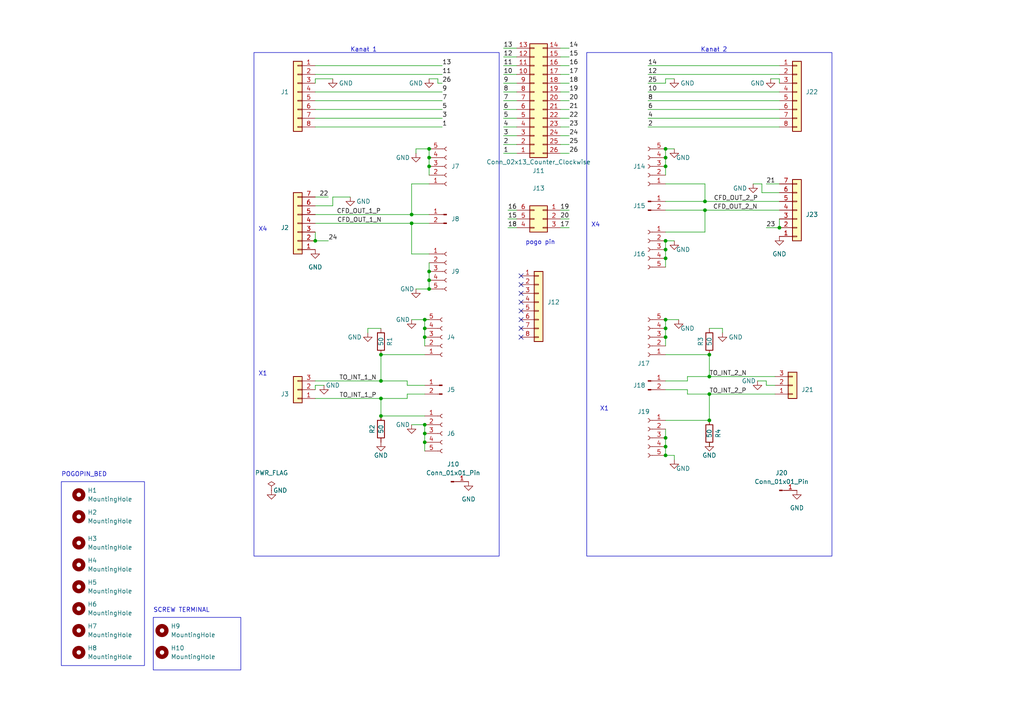
<source format=kicad_sch>
(kicad_sch (version 20230121) (generator eeschema)

  (uuid 48ce9b16-b9c8-4696-bdc3-9fd396081943)

  (paper "A4")

  (lib_symbols
    (symbol "Connector:Conn_01x01_Pin" (pin_names (offset 1.016) hide) (in_bom yes) (on_board yes)
      (property "Reference" "J" (at 0 2.54 0)
        (effects (font (size 1.27 1.27)))
      )
      (property "Value" "Conn_01x01_Pin" (at 0 -2.54 0)
        (effects (font (size 1.27 1.27)))
      )
      (property "Footprint" "" (at 0 0 0)
        (effects (font (size 1.27 1.27)) hide)
      )
      (property "Datasheet" "~" (at 0 0 0)
        (effects (font (size 1.27 1.27)) hide)
      )
      (property "ki_locked" "" (at 0 0 0)
        (effects (font (size 1.27 1.27)))
      )
      (property "ki_keywords" "connector" (at 0 0 0)
        (effects (font (size 1.27 1.27)) hide)
      )
      (property "ki_description" "Generic connector, single row, 01x01, script generated" (at 0 0 0)
        (effects (font (size 1.27 1.27)) hide)
      )
      (property "ki_fp_filters" "Connector*:*_1x??_*" (at 0 0 0)
        (effects (font (size 1.27 1.27)) hide)
      )
      (symbol "Conn_01x01_Pin_1_1"
        (polyline
          (pts
            (xy 1.27 0)
            (xy 0.8636 0)
          )
          (stroke (width 0.1524) (type default))
          (fill (type none))
        )
        (rectangle (start 0.8636 0.127) (end 0 -0.127)
          (stroke (width 0.1524) (type default))
          (fill (type outline))
        )
        (pin passive line (at 5.08 0 180) (length 3.81)
          (name "Pin_1" (effects (font (size 1.27 1.27))))
          (number "1" (effects (font (size 1.27 1.27))))
        )
      )
    )
    (symbol "Connector:Conn_01x02_Pin" (pin_names (offset 1.016) hide) (in_bom yes) (on_board yes)
      (property "Reference" "J" (at 0 2.54 0)
        (effects (font (size 1.27 1.27)))
      )
      (property "Value" "Conn_01x02_Pin" (at 0 -5.08 0)
        (effects (font (size 1.27 1.27)))
      )
      (property "Footprint" "" (at 0 0 0)
        (effects (font (size 1.27 1.27)) hide)
      )
      (property "Datasheet" "~" (at 0 0 0)
        (effects (font (size 1.27 1.27)) hide)
      )
      (property "ki_locked" "" (at 0 0 0)
        (effects (font (size 1.27 1.27)))
      )
      (property "ki_keywords" "connector" (at 0 0 0)
        (effects (font (size 1.27 1.27)) hide)
      )
      (property "ki_description" "Generic connector, single row, 01x02, script generated" (at 0 0 0)
        (effects (font (size 1.27 1.27)) hide)
      )
      (property "ki_fp_filters" "Connector*:*_1x??_*" (at 0 0 0)
        (effects (font (size 1.27 1.27)) hide)
      )
      (symbol "Conn_01x02_Pin_1_1"
        (polyline
          (pts
            (xy 1.27 -2.54)
            (xy 0.8636 -2.54)
          )
          (stroke (width 0.1524) (type default))
          (fill (type none))
        )
        (polyline
          (pts
            (xy 1.27 0)
            (xy 0.8636 0)
          )
          (stroke (width 0.1524) (type default))
          (fill (type none))
        )
        (rectangle (start 0.8636 -2.413) (end 0 -2.667)
          (stroke (width 0.1524) (type default))
          (fill (type outline))
        )
        (rectangle (start 0.8636 0.127) (end 0 -0.127)
          (stroke (width 0.1524) (type default))
          (fill (type outline))
        )
        (pin passive line (at 5.08 0 180) (length 3.81)
          (name "Pin_1" (effects (font (size 1.27 1.27))))
          (number "1" (effects (font (size 1.27 1.27))))
        )
        (pin passive line (at 5.08 -2.54 180) (length 3.81)
          (name "Pin_2" (effects (font (size 1.27 1.27))))
          (number "2" (effects (font (size 1.27 1.27))))
        )
      )
    )
    (symbol "Connector:Conn_01x05_Socket" (pin_names (offset 1.016) hide) (in_bom yes) (on_board yes)
      (property "Reference" "J" (at 0 7.62 0)
        (effects (font (size 1.27 1.27)))
      )
      (property "Value" "Conn_01x05_Socket" (at 0 -7.62 0)
        (effects (font (size 1.27 1.27)))
      )
      (property "Footprint" "" (at 0 0 0)
        (effects (font (size 1.27 1.27)) hide)
      )
      (property "Datasheet" "~" (at 0 0 0)
        (effects (font (size 1.27 1.27)) hide)
      )
      (property "ki_locked" "" (at 0 0 0)
        (effects (font (size 1.27 1.27)))
      )
      (property "ki_keywords" "connector" (at 0 0 0)
        (effects (font (size 1.27 1.27)) hide)
      )
      (property "ki_description" "Generic connector, single row, 01x05, script generated" (at 0 0 0)
        (effects (font (size 1.27 1.27)) hide)
      )
      (property "ki_fp_filters" "Connector*:*_1x??_*" (at 0 0 0)
        (effects (font (size 1.27 1.27)) hide)
      )
      (symbol "Conn_01x05_Socket_1_1"
        (arc (start 0 -4.572) (mid -0.5058 -5.08) (end 0 -5.588)
          (stroke (width 0.1524) (type default))
          (fill (type none))
        )
        (arc (start 0 -2.032) (mid -0.5058 -2.54) (end 0 -3.048)
          (stroke (width 0.1524) (type default))
          (fill (type none))
        )
        (polyline
          (pts
            (xy -1.27 -5.08)
            (xy -0.508 -5.08)
          )
          (stroke (width 0.1524) (type default))
          (fill (type none))
        )
        (polyline
          (pts
            (xy -1.27 -2.54)
            (xy -0.508 -2.54)
          )
          (stroke (width 0.1524) (type default))
          (fill (type none))
        )
        (polyline
          (pts
            (xy -1.27 0)
            (xy -0.508 0)
          )
          (stroke (width 0.1524) (type default))
          (fill (type none))
        )
        (polyline
          (pts
            (xy -1.27 2.54)
            (xy -0.508 2.54)
          )
          (stroke (width 0.1524) (type default))
          (fill (type none))
        )
        (polyline
          (pts
            (xy -1.27 5.08)
            (xy -0.508 5.08)
          )
          (stroke (width 0.1524) (type default))
          (fill (type none))
        )
        (arc (start 0 0.508) (mid -0.5058 0) (end 0 -0.508)
          (stroke (width 0.1524) (type default))
          (fill (type none))
        )
        (arc (start 0 3.048) (mid -0.5058 2.54) (end 0 2.032)
          (stroke (width 0.1524) (type default))
          (fill (type none))
        )
        (arc (start 0 5.588) (mid -0.5058 5.08) (end 0 4.572)
          (stroke (width 0.1524) (type default))
          (fill (type none))
        )
        (pin passive line (at -5.08 5.08 0) (length 3.81)
          (name "Pin_1" (effects (font (size 1.27 1.27))))
          (number "1" (effects (font (size 1.27 1.27))))
        )
        (pin passive line (at -5.08 2.54 0) (length 3.81)
          (name "Pin_2" (effects (font (size 1.27 1.27))))
          (number "2" (effects (font (size 1.27 1.27))))
        )
        (pin passive line (at -5.08 0 0) (length 3.81)
          (name "Pin_3" (effects (font (size 1.27 1.27))))
          (number "3" (effects (font (size 1.27 1.27))))
        )
        (pin passive line (at -5.08 -2.54 0) (length 3.81)
          (name "Pin_4" (effects (font (size 1.27 1.27))))
          (number "4" (effects (font (size 1.27 1.27))))
        )
        (pin passive line (at -5.08 -5.08 0) (length 3.81)
          (name "Pin_5" (effects (font (size 1.27 1.27))))
          (number "5" (effects (font (size 1.27 1.27))))
        )
      )
    )
    (symbol "Connector_Generic:Conn_01x03" (pin_names (offset 1.016) hide) (in_bom yes) (on_board yes)
      (property "Reference" "J" (at 0 5.08 0)
        (effects (font (size 1.27 1.27)))
      )
      (property "Value" "Conn_01x03" (at 0 -5.08 0)
        (effects (font (size 1.27 1.27)))
      )
      (property "Footprint" "" (at 0 0 0)
        (effects (font (size 1.27 1.27)) hide)
      )
      (property "Datasheet" "~" (at 0 0 0)
        (effects (font (size 1.27 1.27)) hide)
      )
      (property "ki_keywords" "connector" (at 0 0 0)
        (effects (font (size 1.27 1.27)) hide)
      )
      (property "ki_description" "Generic connector, single row, 01x03, script generated (kicad-library-utils/schlib/autogen/connector/)" (at 0 0 0)
        (effects (font (size 1.27 1.27)) hide)
      )
      (property "ki_fp_filters" "Connector*:*_1x??_*" (at 0 0 0)
        (effects (font (size 1.27 1.27)) hide)
      )
      (symbol "Conn_01x03_1_1"
        (rectangle (start -1.27 -2.413) (end 0 -2.667)
          (stroke (width 0.1524) (type default))
          (fill (type none))
        )
        (rectangle (start -1.27 0.127) (end 0 -0.127)
          (stroke (width 0.1524) (type default))
          (fill (type none))
        )
        (rectangle (start -1.27 2.667) (end 0 2.413)
          (stroke (width 0.1524) (type default))
          (fill (type none))
        )
        (rectangle (start -1.27 3.81) (end 1.27 -3.81)
          (stroke (width 0.254) (type default))
          (fill (type background))
        )
        (pin passive line (at -5.08 2.54 0) (length 3.81)
          (name "Pin_1" (effects (font (size 1.27 1.27))))
          (number "1" (effects (font (size 1.27 1.27))))
        )
        (pin passive line (at -5.08 0 0) (length 3.81)
          (name "Pin_2" (effects (font (size 1.27 1.27))))
          (number "2" (effects (font (size 1.27 1.27))))
        )
        (pin passive line (at -5.08 -2.54 0) (length 3.81)
          (name "Pin_3" (effects (font (size 1.27 1.27))))
          (number "3" (effects (font (size 1.27 1.27))))
        )
      )
    )
    (symbol "Connector_Generic:Conn_01x07" (pin_names (offset 1.016) hide) (in_bom yes) (on_board yes)
      (property "Reference" "J" (at 0 10.16 0)
        (effects (font (size 1.27 1.27)))
      )
      (property "Value" "Conn_01x07" (at 0 -10.16 0)
        (effects (font (size 1.27 1.27)))
      )
      (property "Footprint" "" (at 0 0 0)
        (effects (font (size 1.27 1.27)) hide)
      )
      (property "Datasheet" "~" (at 0 0 0)
        (effects (font (size 1.27 1.27)) hide)
      )
      (property "ki_keywords" "connector" (at 0 0 0)
        (effects (font (size 1.27 1.27)) hide)
      )
      (property "ki_description" "Generic connector, single row, 01x07, script generated (kicad-library-utils/schlib/autogen/connector/)" (at 0 0 0)
        (effects (font (size 1.27 1.27)) hide)
      )
      (property "ki_fp_filters" "Connector*:*_1x??_*" (at 0 0 0)
        (effects (font (size 1.27 1.27)) hide)
      )
      (symbol "Conn_01x07_1_1"
        (rectangle (start -1.27 -7.493) (end 0 -7.747)
          (stroke (width 0.1524) (type default))
          (fill (type none))
        )
        (rectangle (start -1.27 -4.953) (end 0 -5.207)
          (stroke (width 0.1524) (type default))
          (fill (type none))
        )
        (rectangle (start -1.27 -2.413) (end 0 -2.667)
          (stroke (width 0.1524) (type default))
          (fill (type none))
        )
        (rectangle (start -1.27 0.127) (end 0 -0.127)
          (stroke (width 0.1524) (type default))
          (fill (type none))
        )
        (rectangle (start -1.27 2.667) (end 0 2.413)
          (stroke (width 0.1524) (type default))
          (fill (type none))
        )
        (rectangle (start -1.27 5.207) (end 0 4.953)
          (stroke (width 0.1524) (type default))
          (fill (type none))
        )
        (rectangle (start -1.27 7.747) (end 0 7.493)
          (stroke (width 0.1524) (type default))
          (fill (type none))
        )
        (rectangle (start -1.27 8.89) (end 1.27 -8.89)
          (stroke (width 0.254) (type default))
          (fill (type background))
        )
        (pin passive line (at -5.08 7.62 0) (length 3.81)
          (name "Pin_1" (effects (font (size 1.27 1.27))))
          (number "1" (effects (font (size 1.27 1.27))))
        )
        (pin passive line (at -5.08 5.08 0) (length 3.81)
          (name "Pin_2" (effects (font (size 1.27 1.27))))
          (number "2" (effects (font (size 1.27 1.27))))
        )
        (pin passive line (at -5.08 2.54 0) (length 3.81)
          (name "Pin_3" (effects (font (size 1.27 1.27))))
          (number "3" (effects (font (size 1.27 1.27))))
        )
        (pin passive line (at -5.08 0 0) (length 3.81)
          (name "Pin_4" (effects (font (size 1.27 1.27))))
          (number "4" (effects (font (size 1.27 1.27))))
        )
        (pin passive line (at -5.08 -2.54 0) (length 3.81)
          (name "Pin_5" (effects (font (size 1.27 1.27))))
          (number "5" (effects (font (size 1.27 1.27))))
        )
        (pin passive line (at -5.08 -5.08 0) (length 3.81)
          (name "Pin_6" (effects (font (size 1.27 1.27))))
          (number "6" (effects (font (size 1.27 1.27))))
        )
        (pin passive line (at -5.08 -7.62 0) (length 3.81)
          (name "Pin_7" (effects (font (size 1.27 1.27))))
          (number "7" (effects (font (size 1.27 1.27))))
        )
      )
    )
    (symbol "Connector_Generic:Conn_01x08" (pin_names (offset 1.016) hide) (in_bom yes) (on_board yes)
      (property "Reference" "J" (at 0 10.16 0)
        (effects (font (size 1.27 1.27)))
      )
      (property "Value" "Conn_01x08" (at 0 -12.7 0)
        (effects (font (size 1.27 1.27)))
      )
      (property "Footprint" "" (at 0 0 0)
        (effects (font (size 1.27 1.27)) hide)
      )
      (property "Datasheet" "~" (at 0 0 0)
        (effects (font (size 1.27 1.27)) hide)
      )
      (property "ki_keywords" "connector" (at 0 0 0)
        (effects (font (size 1.27 1.27)) hide)
      )
      (property "ki_description" "Generic connector, single row, 01x08, script generated (kicad-library-utils/schlib/autogen/connector/)" (at 0 0 0)
        (effects (font (size 1.27 1.27)) hide)
      )
      (property "ki_fp_filters" "Connector*:*_1x??_*" (at 0 0 0)
        (effects (font (size 1.27 1.27)) hide)
      )
      (symbol "Conn_01x08_1_1"
        (rectangle (start -1.27 -10.033) (end 0 -10.287)
          (stroke (width 0.1524) (type default))
          (fill (type none))
        )
        (rectangle (start -1.27 -7.493) (end 0 -7.747)
          (stroke (width 0.1524) (type default))
          (fill (type none))
        )
        (rectangle (start -1.27 -4.953) (end 0 -5.207)
          (stroke (width 0.1524) (type default))
          (fill (type none))
        )
        (rectangle (start -1.27 -2.413) (end 0 -2.667)
          (stroke (width 0.1524) (type default))
          (fill (type none))
        )
        (rectangle (start -1.27 0.127) (end 0 -0.127)
          (stroke (width 0.1524) (type default))
          (fill (type none))
        )
        (rectangle (start -1.27 2.667) (end 0 2.413)
          (stroke (width 0.1524) (type default))
          (fill (type none))
        )
        (rectangle (start -1.27 5.207) (end 0 4.953)
          (stroke (width 0.1524) (type default))
          (fill (type none))
        )
        (rectangle (start -1.27 7.747) (end 0 7.493)
          (stroke (width 0.1524) (type default))
          (fill (type none))
        )
        (rectangle (start -1.27 8.89) (end 1.27 -11.43)
          (stroke (width 0.254) (type default))
          (fill (type background))
        )
        (pin passive line (at -5.08 7.62 0) (length 3.81)
          (name "Pin_1" (effects (font (size 1.27 1.27))))
          (number "1" (effects (font (size 1.27 1.27))))
        )
        (pin passive line (at -5.08 5.08 0) (length 3.81)
          (name "Pin_2" (effects (font (size 1.27 1.27))))
          (number "2" (effects (font (size 1.27 1.27))))
        )
        (pin passive line (at -5.08 2.54 0) (length 3.81)
          (name "Pin_3" (effects (font (size 1.27 1.27))))
          (number "3" (effects (font (size 1.27 1.27))))
        )
        (pin passive line (at -5.08 0 0) (length 3.81)
          (name "Pin_4" (effects (font (size 1.27 1.27))))
          (number "4" (effects (font (size 1.27 1.27))))
        )
        (pin passive line (at -5.08 -2.54 0) (length 3.81)
          (name "Pin_5" (effects (font (size 1.27 1.27))))
          (number "5" (effects (font (size 1.27 1.27))))
        )
        (pin passive line (at -5.08 -5.08 0) (length 3.81)
          (name "Pin_6" (effects (font (size 1.27 1.27))))
          (number "6" (effects (font (size 1.27 1.27))))
        )
        (pin passive line (at -5.08 -7.62 0) (length 3.81)
          (name "Pin_7" (effects (font (size 1.27 1.27))))
          (number "7" (effects (font (size 1.27 1.27))))
        )
        (pin passive line (at -5.08 -10.16 0) (length 3.81)
          (name "Pin_8" (effects (font (size 1.27 1.27))))
          (number "8" (effects (font (size 1.27 1.27))))
        )
      )
    )
    (symbol "Connector_Generic:Conn_02x03_Counter_Clockwise" (pin_names (offset 1.016) hide) (in_bom yes) (on_board yes)
      (property "Reference" "J" (at 1.27 5.08 0)
        (effects (font (size 1.27 1.27)))
      )
      (property "Value" "Conn_02x03_Counter_Clockwise" (at 1.27 -5.08 0)
        (effects (font (size 1.27 1.27)))
      )
      (property "Footprint" "" (at 0 0 0)
        (effects (font (size 1.27 1.27)) hide)
      )
      (property "Datasheet" "~" (at 0 0 0)
        (effects (font (size 1.27 1.27)) hide)
      )
      (property "ki_keywords" "connector" (at 0 0 0)
        (effects (font (size 1.27 1.27)) hide)
      )
      (property "ki_description" "Generic connector, double row, 02x03, counter clockwise pin numbering scheme (similar to DIP package numbering), script generated (kicad-library-utils/schlib/autogen/connector/)" (at 0 0 0)
        (effects (font (size 1.27 1.27)) hide)
      )
      (property "ki_fp_filters" "Connector*:*_2x??_*" (at 0 0 0)
        (effects (font (size 1.27 1.27)) hide)
      )
      (symbol "Conn_02x03_Counter_Clockwise_1_1"
        (rectangle (start -1.27 -2.413) (end 0 -2.667)
          (stroke (width 0.1524) (type default))
          (fill (type none))
        )
        (rectangle (start -1.27 0.127) (end 0 -0.127)
          (stroke (width 0.1524) (type default))
          (fill (type none))
        )
        (rectangle (start -1.27 2.667) (end 0 2.413)
          (stroke (width 0.1524) (type default))
          (fill (type none))
        )
        (rectangle (start -1.27 3.81) (end 3.81 -3.81)
          (stroke (width 0.254) (type default))
          (fill (type background))
        )
        (rectangle (start 3.81 -2.413) (end 2.54 -2.667)
          (stroke (width 0.1524) (type default))
          (fill (type none))
        )
        (rectangle (start 3.81 0.127) (end 2.54 -0.127)
          (stroke (width 0.1524) (type default))
          (fill (type none))
        )
        (rectangle (start 3.81 2.667) (end 2.54 2.413)
          (stroke (width 0.1524) (type default))
          (fill (type none))
        )
        (pin passive line (at -5.08 2.54 0) (length 3.81)
          (name "Pin_1" (effects (font (size 1.27 1.27))))
          (number "1" (effects (font (size 1.27 1.27))))
        )
        (pin passive line (at -5.08 0 0) (length 3.81)
          (name "Pin_2" (effects (font (size 1.27 1.27))))
          (number "2" (effects (font (size 1.27 1.27))))
        )
        (pin passive line (at -5.08 -2.54 0) (length 3.81)
          (name "Pin_3" (effects (font (size 1.27 1.27))))
          (number "3" (effects (font (size 1.27 1.27))))
        )
        (pin passive line (at 7.62 -2.54 180) (length 3.81)
          (name "Pin_4" (effects (font (size 1.27 1.27))))
          (number "4" (effects (font (size 1.27 1.27))))
        )
        (pin passive line (at 7.62 0 180) (length 3.81)
          (name "Pin_5" (effects (font (size 1.27 1.27))))
          (number "5" (effects (font (size 1.27 1.27))))
        )
        (pin passive line (at 7.62 2.54 180) (length 3.81)
          (name "Pin_6" (effects (font (size 1.27 1.27))))
          (number "6" (effects (font (size 1.27 1.27))))
        )
      )
    )
    (symbol "Connector_Generic:Conn_02x13_Counter_Clockwise" (pin_names (offset 1.016) hide) (in_bom yes) (on_board yes)
      (property "Reference" "J" (at 1.27 17.78 0)
        (effects (font (size 1.27 1.27)))
      )
      (property "Value" "Conn_02x13_Counter_Clockwise" (at 1.27 -17.78 0)
        (effects (font (size 1.27 1.27)))
      )
      (property "Footprint" "" (at 0 0 0)
        (effects (font (size 1.27 1.27)) hide)
      )
      (property "Datasheet" "~" (at 0 0 0)
        (effects (font (size 1.27 1.27)) hide)
      )
      (property "ki_keywords" "connector" (at 0 0 0)
        (effects (font (size 1.27 1.27)) hide)
      )
      (property "ki_description" "Generic connector, double row, 02x13, counter clockwise pin numbering scheme (similar to DIP package numbering), script generated (kicad-library-utils/schlib/autogen/connector/)" (at 0 0 0)
        (effects (font (size 1.27 1.27)) hide)
      )
      (property "ki_fp_filters" "Connector*:*_2x??_*" (at 0 0 0)
        (effects (font (size 1.27 1.27)) hide)
      )
      (symbol "Conn_02x13_Counter_Clockwise_1_1"
        (rectangle (start -1.27 -15.113) (end 0 -15.367)
          (stroke (width 0.1524) (type default))
          (fill (type none))
        )
        (rectangle (start -1.27 -12.573) (end 0 -12.827)
          (stroke (width 0.1524) (type default))
          (fill (type none))
        )
        (rectangle (start -1.27 -10.033) (end 0 -10.287)
          (stroke (width 0.1524) (type default))
          (fill (type none))
        )
        (rectangle (start -1.27 -7.493) (end 0 -7.747)
          (stroke (width 0.1524) (type default))
          (fill (type none))
        )
        (rectangle (start -1.27 -4.953) (end 0 -5.207)
          (stroke (width 0.1524) (type default))
          (fill (type none))
        )
        (rectangle (start -1.27 -2.413) (end 0 -2.667)
          (stroke (width 0.1524) (type default))
          (fill (type none))
        )
        (rectangle (start -1.27 0.127) (end 0 -0.127)
          (stroke (width 0.1524) (type default))
          (fill (type none))
        )
        (rectangle (start -1.27 2.667) (end 0 2.413)
          (stroke (width 0.1524) (type default))
          (fill (type none))
        )
        (rectangle (start -1.27 5.207) (end 0 4.953)
          (stroke (width 0.1524) (type default))
          (fill (type none))
        )
        (rectangle (start -1.27 7.747) (end 0 7.493)
          (stroke (width 0.1524) (type default))
          (fill (type none))
        )
        (rectangle (start -1.27 10.287) (end 0 10.033)
          (stroke (width 0.1524) (type default))
          (fill (type none))
        )
        (rectangle (start -1.27 12.827) (end 0 12.573)
          (stroke (width 0.1524) (type default))
          (fill (type none))
        )
        (rectangle (start -1.27 15.367) (end 0 15.113)
          (stroke (width 0.1524) (type default))
          (fill (type none))
        )
        (rectangle (start -1.27 16.51) (end 3.81 -16.51)
          (stroke (width 0.254) (type default))
          (fill (type background))
        )
        (rectangle (start 3.81 -15.113) (end 2.54 -15.367)
          (stroke (width 0.1524) (type default))
          (fill (type none))
        )
        (rectangle (start 3.81 -12.573) (end 2.54 -12.827)
          (stroke (width 0.1524) (type default))
          (fill (type none))
        )
        (rectangle (start 3.81 -10.033) (end 2.54 -10.287)
          (stroke (width 0.1524) (type default))
          (fill (type none))
        )
        (rectangle (start 3.81 -7.493) (end 2.54 -7.747)
          (stroke (width 0.1524) (type default))
          (fill (type none))
        )
        (rectangle (start 3.81 -4.953) (end 2.54 -5.207)
          (stroke (width 0.1524) (type default))
          (fill (type none))
        )
        (rectangle (start 3.81 -2.413) (end 2.54 -2.667)
          (stroke (width 0.1524) (type default))
          (fill (type none))
        )
        (rectangle (start 3.81 0.127) (end 2.54 -0.127)
          (stroke (width 0.1524) (type default))
          (fill (type none))
        )
        (rectangle (start 3.81 2.667) (end 2.54 2.413)
          (stroke (width 0.1524) (type default))
          (fill (type none))
        )
        (rectangle (start 3.81 5.207) (end 2.54 4.953)
          (stroke (width 0.1524) (type default))
          (fill (type none))
        )
        (rectangle (start 3.81 7.747) (end 2.54 7.493)
          (stroke (width 0.1524) (type default))
          (fill (type none))
        )
        (rectangle (start 3.81 10.287) (end 2.54 10.033)
          (stroke (width 0.1524) (type default))
          (fill (type none))
        )
        (rectangle (start 3.81 12.827) (end 2.54 12.573)
          (stroke (width 0.1524) (type default))
          (fill (type none))
        )
        (rectangle (start 3.81 15.367) (end 2.54 15.113)
          (stroke (width 0.1524) (type default))
          (fill (type none))
        )
        (pin passive line (at -5.08 15.24 0) (length 3.81)
          (name "Pin_1" (effects (font (size 1.27 1.27))))
          (number "1" (effects (font (size 1.27 1.27))))
        )
        (pin passive line (at -5.08 -7.62 0) (length 3.81)
          (name "Pin_10" (effects (font (size 1.27 1.27))))
          (number "10" (effects (font (size 1.27 1.27))))
        )
        (pin passive line (at -5.08 -10.16 0) (length 3.81)
          (name "Pin_11" (effects (font (size 1.27 1.27))))
          (number "11" (effects (font (size 1.27 1.27))))
        )
        (pin passive line (at -5.08 -12.7 0) (length 3.81)
          (name "Pin_12" (effects (font (size 1.27 1.27))))
          (number "12" (effects (font (size 1.27 1.27))))
        )
        (pin passive line (at -5.08 -15.24 0) (length 3.81)
          (name "Pin_13" (effects (font (size 1.27 1.27))))
          (number "13" (effects (font (size 1.27 1.27))))
        )
        (pin passive line (at 7.62 -15.24 180) (length 3.81)
          (name "Pin_14" (effects (font (size 1.27 1.27))))
          (number "14" (effects (font (size 1.27 1.27))))
        )
        (pin passive line (at 7.62 -12.7 180) (length 3.81)
          (name "Pin_15" (effects (font (size 1.27 1.27))))
          (number "15" (effects (font (size 1.27 1.27))))
        )
        (pin passive line (at 7.62 -10.16 180) (length 3.81)
          (name "Pin_16" (effects (font (size 1.27 1.27))))
          (number "16" (effects (font (size 1.27 1.27))))
        )
        (pin passive line (at 7.62 -7.62 180) (length 3.81)
          (name "Pin_17" (effects (font (size 1.27 1.27))))
          (number "17" (effects (font (size 1.27 1.27))))
        )
        (pin passive line (at 7.62 -5.08 180) (length 3.81)
          (name "Pin_18" (effects (font (size 1.27 1.27))))
          (number "18" (effects (font (size 1.27 1.27))))
        )
        (pin passive line (at 7.62 -2.54 180) (length 3.81)
          (name "Pin_19" (effects (font (size 1.27 1.27))))
          (number "19" (effects (font (size 1.27 1.27))))
        )
        (pin passive line (at -5.08 12.7 0) (length 3.81)
          (name "Pin_2" (effects (font (size 1.27 1.27))))
          (number "2" (effects (font (size 1.27 1.27))))
        )
        (pin passive line (at 7.62 0 180) (length 3.81)
          (name "Pin_20" (effects (font (size 1.27 1.27))))
          (number "20" (effects (font (size 1.27 1.27))))
        )
        (pin passive line (at 7.62 2.54 180) (length 3.81)
          (name "Pin_21" (effects (font (size 1.27 1.27))))
          (number "21" (effects (font (size 1.27 1.27))))
        )
        (pin passive line (at 7.62 5.08 180) (length 3.81)
          (name "Pin_22" (effects (font (size 1.27 1.27))))
          (number "22" (effects (font (size 1.27 1.27))))
        )
        (pin passive line (at 7.62 7.62 180) (length 3.81)
          (name "Pin_23" (effects (font (size 1.27 1.27))))
          (number "23" (effects (font (size 1.27 1.27))))
        )
        (pin passive line (at 7.62 10.16 180) (length 3.81)
          (name "Pin_24" (effects (font (size 1.27 1.27))))
          (number "24" (effects (font (size 1.27 1.27))))
        )
        (pin passive line (at 7.62 12.7 180) (length 3.81)
          (name "Pin_25" (effects (font (size 1.27 1.27))))
          (number "25" (effects (font (size 1.27 1.27))))
        )
        (pin passive line (at 7.62 15.24 180) (length 3.81)
          (name "Pin_26" (effects (font (size 1.27 1.27))))
          (number "26" (effects (font (size 1.27 1.27))))
        )
        (pin passive line (at -5.08 10.16 0) (length 3.81)
          (name "Pin_3" (effects (font (size 1.27 1.27))))
          (number "3" (effects (font (size 1.27 1.27))))
        )
        (pin passive line (at -5.08 7.62 0) (length 3.81)
          (name "Pin_4" (effects (font (size 1.27 1.27))))
          (number "4" (effects (font (size 1.27 1.27))))
        )
        (pin passive line (at -5.08 5.08 0) (length 3.81)
          (name "Pin_5" (effects (font (size 1.27 1.27))))
          (number "5" (effects (font (size 1.27 1.27))))
        )
        (pin passive line (at -5.08 2.54 0) (length 3.81)
          (name "Pin_6" (effects (font (size 1.27 1.27))))
          (number "6" (effects (font (size 1.27 1.27))))
        )
        (pin passive line (at -5.08 0 0) (length 3.81)
          (name "Pin_7" (effects (font (size 1.27 1.27))))
          (number "7" (effects (font (size 1.27 1.27))))
        )
        (pin passive line (at -5.08 -2.54 0) (length 3.81)
          (name "Pin_8" (effects (font (size 1.27 1.27))))
          (number "8" (effects (font (size 1.27 1.27))))
        )
        (pin passive line (at -5.08 -5.08 0) (length 3.81)
          (name "Pin_9" (effects (font (size 1.27 1.27))))
          (number "9" (effects (font (size 1.27 1.27))))
        )
      )
    )
    (symbol "Device:R" (pin_numbers hide) (pin_names (offset 0)) (in_bom yes) (on_board yes)
      (property "Reference" "R" (at 2.032 0 90)
        (effects (font (size 1.27 1.27)))
      )
      (property "Value" "R" (at 0 0 90)
        (effects (font (size 1.27 1.27)))
      )
      (property "Footprint" "" (at -1.778 0 90)
        (effects (font (size 1.27 1.27)) hide)
      )
      (property "Datasheet" "~" (at 0 0 0)
        (effects (font (size 1.27 1.27)) hide)
      )
      (property "ki_keywords" "R res resistor" (at 0 0 0)
        (effects (font (size 1.27 1.27)) hide)
      )
      (property "ki_description" "Resistor" (at 0 0 0)
        (effects (font (size 1.27 1.27)) hide)
      )
      (property "ki_fp_filters" "R_*" (at 0 0 0)
        (effects (font (size 1.27 1.27)) hide)
      )
      (symbol "R_0_1"
        (rectangle (start -1.016 -2.54) (end 1.016 2.54)
          (stroke (width 0.254) (type default))
          (fill (type none))
        )
      )
      (symbol "R_1_1"
        (pin passive line (at 0 3.81 270) (length 1.27)
          (name "~" (effects (font (size 1.27 1.27))))
          (number "1" (effects (font (size 1.27 1.27))))
        )
        (pin passive line (at 0 -3.81 90) (length 1.27)
          (name "~" (effects (font (size 1.27 1.27))))
          (number "2" (effects (font (size 1.27 1.27))))
        )
      )
    )
    (symbol "Mechanical:MountingHole" (pin_names (offset 1.016)) (in_bom yes) (on_board yes)
      (property "Reference" "H" (at 0 5.08 0)
        (effects (font (size 1.27 1.27)))
      )
      (property "Value" "MountingHole" (at 0 3.175 0)
        (effects (font (size 1.27 1.27)))
      )
      (property "Footprint" "" (at 0 0 0)
        (effects (font (size 1.27 1.27)) hide)
      )
      (property "Datasheet" "~" (at 0 0 0)
        (effects (font (size 1.27 1.27)) hide)
      )
      (property "ki_keywords" "mounting hole" (at 0 0 0)
        (effects (font (size 1.27 1.27)) hide)
      )
      (property "ki_description" "Mounting Hole without connection" (at 0 0 0)
        (effects (font (size 1.27 1.27)) hide)
      )
      (property "ki_fp_filters" "MountingHole*" (at 0 0 0)
        (effects (font (size 1.27 1.27)) hide)
      )
      (symbol "MountingHole_0_1"
        (circle (center 0 0) (radius 1.27)
          (stroke (width 1.27) (type default))
          (fill (type none))
        )
      )
    )
    (symbol "power:GND" (power) (pin_names (offset 0)) (in_bom yes) (on_board yes)
      (property "Reference" "#PWR" (at 0 -6.35 0)
        (effects (font (size 1.27 1.27)) hide)
      )
      (property "Value" "GND" (at 0 -3.81 0)
        (effects (font (size 1.27 1.27)))
      )
      (property "Footprint" "" (at 0 0 0)
        (effects (font (size 1.27 1.27)) hide)
      )
      (property "Datasheet" "" (at 0 0 0)
        (effects (font (size 1.27 1.27)) hide)
      )
      (property "ki_keywords" "global power" (at 0 0 0)
        (effects (font (size 1.27 1.27)) hide)
      )
      (property "ki_description" "Power symbol creates a global label with name \"GND\" , ground" (at 0 0 0)
        (effects (font (size 1.27 1.27)) hide)
      )
      (symbol "GND_0_1"
        (polyline
          (pts
            (xy 0 0)
            (xy 0 -1.27)
            (xy 1.27 -1.27)
            (xy 0 -2.54)
            (xy -1.27 -1.27)
            (xy 0 -1.27)
          )
          (stroke (width 0) (type default))
          (fill (type none))
        )
      )
      (symbol "GND_1_1"
        (pin power_in line (at 0 0 270) (length 0) hide
          (name "GND" (effects (font (size 1.27 1.27))))
          (number "1" (effects (font (size 1.27 1.27))))
        )
      )
    )
    (symbol "power:PWR_FLAG" (power) (pin_numbers hide) (pin_names (offset 0) hide) (in_bom yes) (on_board yes)
      (property "Reference" "#FLG" (at 0 1.905 0)
        (effects (font (size 1.27 1.27)) hide)
      )
      (property "Value" "PWR_FLAG" (at 0 3.81 0)
        (effects (font (size 1.27 1.27)))
      )
      (property "Footprint" "" (at 0 0 0)
        (effects (font (size 1.27 1.27)) hide)
      )
      (property "Datasheet" "~" (at 0 0 0)
        (effects (font (size 1.27 1.27)) hide)
      )
      (property "ki_keywords" "flag power" (at 0 0 0)
        (effects (font (size 1.27 1.27)) hide)
      )
      (property "ki_description" "Special symbol for telling ERC where power comes from" (at 0 0 0)
        (effects (font (size 1.27 1.27)) hide)
      )
      (symbol "PWR_FLAG_0_0"
        (pin power_out line (at 0 0 90) (length 0)
          (name "pwr" (effects (font (size 1.27 1.27))))
          (number "1" (effects (font (size 1.27 1.27))))
        )
      )
      (symbol "PWR_FLAG_0_1"
        (polyline
          (pts
            (xy 0 0)
            (xy 0 1.27)
            (xy -1.016 1.905)
            (xy 0 2.54)
            (xy 1.016 1.905)
            (xy 0 1.27)
          )
          (stroke (width 0) (type default))
          (fill (type none))
        )
      )
    )
  )

  (junction (at 193.04 74.93) (diameter 0) (color 0 0 0 0)
    (uuid 0263cd52-742a-4f1b-92fe-ec48150a90f1)
  )
  (junction (at 193.04 48.26) (diameter 0) (color 0 0 0 0)
    (uuid 09d20ce7-77e0-4511-8299-5b8a72f5a176)
  )
  (junction (at 119.38 64.77) (diameter 0) (color 0 0 0 0)
    (uuid 14efca43-16d7-4b50-b0d4-4b870d657612)
  )
  (junction (at 205.74 102.87) (diameter 0) (color 0 0 0 0)
    (uuid 159671a0-c316-4a46-bd0e-9a113205e6f5)
  )
  (junction (at 124.46 45.72) (diameter 0) (color 0 0 0 0)
    (uuid 22c03890-c843-41b1-9c8a-4c83f17bea58)
  )
  (junction (at 193.04 69.85) (diameter 0) (color 0 0 0 0)
    (uuid 25064afe-afd1-41f1-acdc-7d60ada0f27f)
  )
  (junction (at 123.19 92.71) (diameter 0) (color 0 0 0 0)
    (uuid 25e623cb-d647-4b46-9568-5bd941ce8519)
  )
  (junction (at 193.04 95.25) (diameter 0) (color 0 0 0 0)
    (uuid 2ba37083-86b6-487d-b546-be07d300149e)
  )
  (junction (at 123.19 125.73) (diameter 0) (color 0 0 0 0)
    (uuid 3110ba17-954c-4d39-a5d0-fcac09e592ad)
  )
  (junction (at 110.49 120.65) (diameter 0) (color 0 0 0 0)
    (uuid 39c3e811-5e25-4929-92be-c573d2473534)
  )
  (junction (at 110.49 102.87) (diameter 0) (color 0 0 0 0)
    (uuid 41e60a18-9bd9-47e4-b9be-7ff6d3bb037e)
  )
  (junction (at 124.46 81.28) (diameter 0) (color 0 0 0 0)
    (uuid 42c57e18-7511-428c-8fb0-33ab3d04816b)
  )
  (junction (at 91.44 69.85) (diameter 0) (color 0 0 0 0)
    (uuid 4ad264ba-d6c0-4bd0-9272-02e7b1c99ad2)
  )
  (junction (at 124.46 48.26) (diameter 0) (color 0 0 0 0)
    (uuid 4be5aa75-7cdd-492f-954f-0e4ae45763f3)
  )
  (junction (at 193.04 97.79) (diameter 0) (color 0 0 0 0)
    (uuid 4c03d5b8-df93-44ae-a2b1-b5fd67a5dc9e)
  )
  (junction (at 204.47 60.96) (diameter 0) (color 0 0 0 0)
    (uuid 4cd51f45-cbf3-47ab-ba0d-3b88ed5036bb)
  )
  (junction (at 193.04 129.54) (diameter 0) (color 0 0 0 0)
    (uuid 6b0ade9a-ea57-4d7f-8523-de09715cdc0b)
  )
  (junction (at 193.04 132.08) (diameter 0) (color 0 0 0 0)
    (uuid 6c43b852-6ec0-4ed5-8e48-e1ccad918bf6)
  )
  (junction (at 205.74 114.3) (diameter 0) (color 0 0 0 0)
    (uuid 6c4ed1da-ba31-429b-8a4c-d91ea7be4683)
  )
  (junction (at 123.19 95.25) (diameter 0) (color 0 0 0 0)
    (uuid 713d6371-a341-4140-ba7d-415d6a118086)
  )
  (junction (at 193.04 43.18) (diameter 0) (color 0 0 0 0)
    (uuid 75d3059c-325c-4cc5-abb7-6827ae306d79)
  )
  (junction (at 123.19 123.19) (diameter 0) (color 0 0 0 0)
    (uuid 7982d649-f6bd-4cc5-a1b0-16c1f960db8c)
  )
  (junction (at 226.06 66.04) (diameter 0) (color 0 0 0 0)
    (uuid 7c4f8ee5-5c0d-4701-9bb5-cd35f2d34d26)
  )
  (junction (at 110.49 110.49) (diameter 0) (color 0 0 0 0)
    (uuid 85462823-59eb-4d23-95a3-6c1c0d48cc7d)
  )
  (junction (at 204.47 58.42) (diameter 0) (color 0 0 0 0)
    (uuid 92781a35-334a-41b9-8c8c-e53b2ec6bda5)
  )
  (junction (at 123.19 97.79) (diameter 0) (color 0 0 0 0)
    (uuid 9e28e1d3-cc88-4818-9507-2f388ec8f066)
  )
  (junction (at 205.74 109.22) (diameter 0) (color 0 0 0 0)
    (uuid b487aee1-001d-473e-919b-54cff7173218)
  )
  (junction (at 193.04 127) (diameter 0) (color 0 0 0 0)
    (uuid ba3b7a97-7868-45a9-ae50-173984524142)
  )
  (junction (at 124.46 83.82) (diameter 0) (color 0 0 0 0)
    (uuid bcf977ea-b1a8-4b66-8b33-c6455a763aa9)
  )
  (junction (at 124.46 43.18) (diameter 0) (color 0 0 0 0)
    (uuid c9d7bf12-d3a6-4c7f-9708-f23ace8677f7)
  )
  (junction (at 193.04 45.72) (diameter 0) (color 0 0 0 0)
    (uuid ca0090fa-3fb1-45ad-aa5e-bcffdabc2e55)
  )
  (junction (at 110.49 115.57) (diameter 0) (color 0 0 0 0)
    (uuid cf8ed15b-7423-4da7-939f-613ebfec7158)
  )
  (junction (at 193.04 72.39) (diameter 0) (color 0 0 0 0)
    (uuid d086a59c-a99f-4a6f-b959-a8e2e77aaaa2)
  )
  (junction (at 205.74 121.92) (diameter 0) (color 0 0 0 0)
    (uuid f483bc32-c20f-42f2-9dbf-66c6df277f03)
  )
  (junction (at 124.46 78.74) (diameter 0) (color 0 0 0 0)
    (uuid f52b5e05-be58-4875-98f4-5cc55bef2fe6)
  )
  (junction (at 123.19 128.27) (diameter 0) (color 0 0 0 0)
    (uuid fb5c457e-e977-4aef-ad4f-f057d49ac6c0)
  )
  (junction (at 119.38 62.23) (diameter 0) (color 0 0 0 0)
    (uuid fd410c8d-c610-4d9e-983b-4b1714c679bc)
  )
  (junction (at 193.04 92.71) (diameter 0) (color 0 0 0 0)
    (uuid ffcb315a-c66a-4003-b96e-38c5298abc67)
  )

  (no_connect (at 151.13 80.01) (uuid 14f68d03-a172-4300-9c82-b24a451176cd))
  (no_connect (at 151.13 85.09) (uuid 18a0dca5-fa42-4a84-98f4-78e47ff0e409))
  (no_connect (at 151.13 95.25) (uuid 19c075cd-1787-48b5-a4d4-5a881c26ca1a))
  (no_connect (at 151.13 97.79) (uuid 2657c444-2e49-4adf-86f5-fbe11c00d7ad))
  (no_connect (at 151.13 92.71) (uuid 357fb13a-d921-4357-8e56-81f3b5be63fb))
  (no_connect (at 151.13 87.63) (uuid 3b94d00d-8ac1-40eb-bbe2-c9e86bccde5f))
  (no_connect (at 151.13 90.17) (uuid 6fe99ba1-eec7-4849-a4a2-324cd3f415c7))
  (no_connect (at 151.13 82.55) (uuid b7d9db0c-5aea-4219-8786-aa64f472459b))

  (wire (pts (xy 193.04 121.92) (xy 205.74 121.92))
    (stroke (width 0) (type default))
    (uuid 03b6e87a-052b-41d2-ba4b-c799dc60c75d)
  )
  (wire (pts (xy 193.04 69.85) (xy 193.04 72.39))
    (stroke (width 0) (type default))
    (uuid 06bcf4d2-145a-4a8c-a4d6-2b7243e3bdee)
  )
  (wire (pts (xy 193.04 58.42) (xy 204.47 58.42))
    (stroke (width 0) (type default))
    (uuid 0866b568-208e-4fe9-a33c-40bf38d8e767)
  )
  (wire (pts (xy 220.98 53.34) (xy 220.98 55.88))
    (stroke (width 0) (type default))
    (uuid 0c32281a-c6f0-4cff-88d8-5cd08921c65e)
  )
  (wire (pts (xy 204.47 58.42) (xy 226.06 58.42))
    (stroke (width 0) (type default))
    (uuid 0cbc75a8-ba11-4f17-8760-4994a4f227b7)
  )
  (wire (pts (xy 187.96 31.75) (xy 226.06 31.75))
    (stroke (width 0) (type default))
    (uuid 0d89abf7-0545-4f3c-9dbb-fa74836ff9e7)
  )
  (wire (pts (xy 146.05 39.37) (xy 149.86 39.37))
    (stroke (width 0) (type default))
    (uuid 11027205-8717-410b-92a2-5594749526cd)
  )
  (wire (pts (xy 124.46 62.23) (xy 119.38 62.23))
    (stroke (width 0) (type default))
    (uuid 11691509-2af4-42d2-a4f7-d7255c551aca)
  )
  (wire (pts (xy 193.04 45.72) (xy 193.04 43.18))
    (stroke (width 0) (type default))
    (uuid 127a3e0f-f97e-4e2a-a00a-1302ccc452a7)
  )
  (wire (pts (xy 119.38 53.34) (xy 119.38 62.23))
    (stroke (width 0) (type default))
    (uuid 145e4ee3-0e88-46d8-817b-4ebfd06880f4)
  )
  (wire (pts (xy 106.68 95.25) (xy 106.68 96.52))
    (stroke (width 0) (type default))
    (uuid 16d43dfc-5c33-4170-983e-82fbb33b1d8d)
  )
  (wire (pts (xy 120.65 43.18) (xy 120.65 44.45))
    (stroke (width 0) (type default))
    (uuid 17113c4d-e866-46fd-8371-9e8931caa53c)
  )
  (wire (pts (xy 119.38 62.23) (xy 91.44 62.23))
    (stroke (width 0) (type default))
    (uuid 180cccc4-3ce4-4796-98b1-7bb9aef72731)
  )
  (wire (pts (xy 205.74 114.3) (xy 205.74 121.92))
    (stroke (width 0) (type default))
    (uuid 1a7998f9-f9e8-491c-a022-4936fe83a756)
  )
  (wire (pts (xy 96.52 57.15) (xy 96.52 59.69))
    (stroke (width 0) (type default))
    (uuid 1bcbb0a2-b821-4760-861d-9bcf2d0a7d0f)
  )
  (wire (pts (xy 220.98 55.88) (xy 226.06 55.88))
    (stroke (width 0) (type default))
    (uuid 1c607f20-2ecb-48b0-9807-40fd7e3d9d98)
  )
  (wire (pts (xy 205.74 109.22) (xy 199.39 109.22))
    (stroke (width 0) (type default))
    (uuid 1cad121c-c847-4329-a7e6-a23a87678866)
  )
  (wire (pts (xy 124.46 45.72) (xy 124.46 43.18))
    (stroke (width 0) (type default))
    (uuid 1d1a23a6-1056-4b3f-9217-fb35b2833d52)
  )
  (wire (pts (xy 193.04 100.33) (xy 193.04 97.79))
    (stroke (width 0) (type default))
    (uuid 226ef277-4c78-441c-b75c-c2cda14f841d)
  )
  (wire (pts (xy 96.52 59.69) (xy 91.44 59.69))
    (stroke (width 0) (type default))
    (uuid 24afbe62-adb8-4414-a80c-9add193f45bd)
  )
  (wire (pts (xy 204.47 67.31) (xy 204.47 60.96))
    (stroke (width 0) (type default))
    (uuid 2500d29f-f10f-4f29-a187-b0aa0ce5f441)
  )
  (wire (pts (xy 222.25 110.49) (xy 222.25 111.76))
    (stroke (width 0) (type default))
    (uuid 25a2dd9e-fb2f-45ea-aee8-a8b1bb6ed5c0)
  )
  (wire (pts (xy 101.6 57.15) (xy 96.52 57.15))
    (stroke (width 0) (type default))
    (uuid 25ad2328-db36-49b5-a98b-6d756c37be72)
  )
  (wire (pts (xy 146.05 13.97) (xy 149.86 13.97))
    (stroke (width 0) (type default))
    (uuid 2679f0e6-a247-453e-a8d5-f5f8e80f3b29)
  )
  (wire (pts (xy 146.05 19.05) (xy 149.86 19.05))
    (stroke (width 0) (type default))
    (uuid 279ccc2f-9d1c-49a6-8e7d-a56258d2b692)
  )
  (wire (pts (xy 162.56 26.67) (xy 165.1 26.67))
    (stroke (width 0) (type default))
    (uuid 280ae895-fc88-4007-b5ea-094bf0f7d9fb)
  )
  (wire (pts (xy 128.27 34.29) (xy 91.44 34.29))
    (stroke (width 0) (type default))
    (uuid 28b0c59a-128b-4904-b3c5-fd9813b218f6)
  )
  (wire (pts (xy 162.56 21.59) (xy 165.1 21.59))
    (stroke (width 0) (type default))
    (uuid 2c77814b-6333-4395-9114-65855423b245)
  )
  (wire (pts (xy 119.38 64.77) (xy 91.44 64.77))
    (stroke (width 0) (type default))
    (uuid 2fb827c8-1adb-4fb8-b2f0-79a03307751e)
  )
  (wire (pts (xy 193.04 67.31) (xy 204.47 67.31))
    (stroke (width 0) (type default))
    (uuid 3076deae-da58-4e98-a385-201d89fe5382)
  )
  (wire (pts (xy 147.32 60.96) (xy 149.86 60.96))
    (stroke (width 0) (type default))
    (uuid 323af1c4-f7ef-462c-af94-cd406799e468)
  )
  (wire (pts (xy 224.79 109.22) (xy 205.74 109.22))
    (stroke (width 0) (type default))
    (uuid 32ad4937-b515-4cf2-84ec-f91b3de737e5)
  )
  (wire (pts (xy 91.44 111.76) (xy 93.98 111.76))
    (stroke (width 0) (type default))
    (uuid 34aac258-42ed-42c5-80bb-c9525c289e8c)
  )
  (wire (pts (xy 187.96 26.67) (xy 226.06 26.67))
    (stroke (width 0) (type default))
    (uuid 3677fff9-2295-48f2-8876-d52c0999ac0e)
  )
  (wire (pts (xy 199.39 114.3) (xy 199.39 113.03))
    (stroke (width 0) (type default))
    (uuid 368f384a-1300-49f9-a4a0-9225436bcea8)
  )
  (wire (pts (xy 193.04 132.08) (xy 195.58 132.08))
    (stroke (width 0) (type default))
    (uuid 3977e44e-f53e-4390-8949-6d3f050e7968)
  )
  (wire (pts (xy 226.06 22.86) (xy 226.06 24.13))
    (stroke (width 0) (type default))
    (uuid 3a9da5c8-92a9-437e-8b24-20c4be3fe0cf)
  )
  (wire (pts (xy 146.05 29.21) (xy 149.86 29.21))
    (stroke (width 0) (type default))
    (uuid 3f3650aa-9108-4261-9401-966ad6ab3c86)
  )
  (wire (pts (xy 222.25 111.76) (xy 224.79 111.76))
    (stroke (width 0) (type default))
    (uuid 3ff17755-eaa2-40ed-b64e-2189e275d42e)
  )
  (wire (pts (xy 123.19 102.87) (xy 110.49 102.87))
    (stroke (width 0) (type default))
    (uuid 447793cb-6a94-4713-9f27-5f3ba681add9)
  )
  (wire (pts (xy 199.39 110.49) (xy 193.04 110.49))
    (stroke (width 0) (type default))
    (uuid 45024bc0-a30f-44da-a27b-04ab3b51a96b)
  )
  (wire (pts (xy 123.19 123.19) (xy 123.19 125.73))
    (stroke (width 0) (type default))
    (uuid 45bdd5d3-a5ad-410b-ac39-0fea1288be3a)
  )
  (wire (pts (xy 205.74 114.3) (xy 199.39 114.3))
    (stroke (width 0) (type default))
    (uuid 4aca4769-ddf5-4d71-a0fc-2d796e8e7f9b)
  )
  (wire (pts (xy 124.46 64.77) (xy 119.38 64.77))
    (stroke (width 0) (type default))
    (uuid 4e48b102-7e13-4895-bcb0-2efc46a55e1f)
  )
  (wire (pts (xy 193.04 72.39) (xy 193.04 74.93))
    (stroke (width 0) (type default))
    (uuid 4efd95db-0899-4305-a22c-0ca58cbf8b37)
  )
  (wire (pts (xy 118.11 111.76) (xy 123.19 111.76))
    (stroke (width 0) (type default))
    (uuid 511424a1-dda4-4eb4-8125-5cead7083f83)
  )
  (wire (pts (xy 193.04 129.54) (xy 193.04 132.08))
    (stroke (width 0) (type default))
    (uuid 525b93ab-a53e-48e0-8f38-b8ca8dda027d)
  )
  (wire (pts (xy 187.96 34.29) (xy 226.06 34.29))
    (stroke (width 0) (type default))
    (uuid 534ec9db-c38b-452f-8753-59186fa20de3)
  )
  (wire (pts (xy 91.44 57.15) (xy 95.25 57.15))
    (stroke (width 0) (type default))
    (uuid 570a0a3f-c727-4782-a396-4681dbb5efa2)
  )
  (wire (pts (xy 123.19 114.3) (xy 118.11 114.3))
    (stroke (width 0) (type default))
    (uuid 5724d004-8c6a-4bfc-962a-a1f6b48af205)
  )
  (wire (pts (xy 193.04 53.34) (xy 204.47 53.34))
    (stroke (width 0) (type default))
    (uuid 591e5e0d-b4c5-4a8d-9b40-b9e51235cdba)
  )
  (wire (pts (xy 193.04 60.96) (xy 204.47 60.96))
    (stroke (width 0) (type default))
    (uuid 59ca3322-ce98-4f72-bcd4-ea82d2caa3f2)
  )
  (wire (pts (xy 165.1 60.96) (xy 162.56 60.96))
    (stroke (width 0) (type default))
    (uuid 5a36ac7d-ebd9-4a27-8aaf-1294204328af)
  )
  (wire (pts (xy 162.56 41.91) (xy 165.1 41.91))
    (stroke (width 0) (type default))
    (uuid 5bfe52f7-7190-484a-b643-8339fa5ae813)
  )
  (wire (pts (xy 193.04 127) (xy 193.04 129.54))
    (stroke (width 0) (type default))
    (uuid 5d5253aa-6539-4aaa-b876-cb42b4c1b985)
  )
  (wire (pts (xy 128.27 36.83) (xy 91.44 36.83))
    (stroke (width 0) (type default))
    (uuid 5d92562b-183d-4cfa-950a-3fab503e38f1)
  )
  (wire (pts (xy 162.56 39.37) (xy 165.1 39.37))
    (stroke (width 0) (type default))
    (uuid 5eb32ce2-5107-4d34-ba5e-8026b56219dd)
  )
  (wire (pts (xy 165.1 63.5) (xy 162.56 63.5))
    (stroke (width 0) (type default))
    (uuid 601e4ad4-7325-47fe-bed4-95fe6756ba0d)
  )
  (wire (pts (xy 123.19 92.71) (xy 124.46 92.71))
    (stroke (width 0) (type default))
    (uuid 622a7e36-1390-41c3-941b-69023b58c81e)
  )
  (wire (pts (xy 124.46 81.28) (xy 124.46 83.82))
    (stroke (width 0) (type default))
    (uuid 62611378-8d71-4315-afca-05263ffec764)
  )
  (wire (pts (xy 218.44 53.34) (xy 220.98 53.34))
    (stroke (width 0) (type default))
    (uuid 63d540c1-894d-4b7f-b726-6d6a0ec9e0f2)
  )
  (wire (pts (xy 91.44 22.86) (xy 91.44 24.13))
    (stroke (width 0) (type default))
    (uuid 64e566c4-daa5-4c85-b0d3-5a9fb0edbcbf)
  )
  (wire (pts (xy 146.05 24.13) (xy 149.86 24.13))
    (stroke (width 0) (type default))
    (uuid 6753a886-ff9e-40c2-91f7-7c7221944e7b)
  )
  (wire (pts (xy 110.49 110.49) (xy 118.11 110.49))
    (stroke (width 0) (type default))
    (uuid 6a4027c2-57c0-4f91-9365-e757a40b6ab0)
  )
  (wire (pts (xy 193.04 50.8) (xy 193.04 48.26))
    (stroke (width 0) (type default))
    (uuid 6bea9914-f047-4042-8909-55baf1017193)
  )
  (wire (pts (xy 110.49 110.49) (xy 91.44 110.49))
    (stroke (width 0) (type default))
    (uuid 6d40be2a-2f80-4e19-979d-75592693911c)
  )
  (wire (pts (xy 123.19 125.73) (xy 123.19 128.27))
    (stroke (width 0) (type default))
    (uuid 6db7e6a5-d1a1-4453-a7e2-d4fadc7be446)
  )
  (wire (pts (xy 124.46 76.2) (xy 124.46 78.74))
    (stroke (width 0) (type default))
    (uuid 709379f2-8904-4007-a867-59fbfba203d2)
  )
  (wire (pts (xy 147.32 63.5) (xy 149.86 63.5))
    (stroke (width 0) (type default))
    (uuid 795a9810-7180-48cc-a7c5-e59e18ddfefc)
  )
  (wire (pts (xy 146.05 44.45) (xy 149.86 44.45))
    (stroke (width 0) (type default))
    (uuid 7acb797f-f831-4299-a331-611be20d2dd5)
  )
  (wire (pts (xy 193.04 48.26) (xy 193.04 45.72))
    (stroke (width 0) (type default))
    (uuid 7c63f5c7-0b75-4fbf-bfce-dd10432f665d)
  )
  (wire (pts (xy 127 22.86) (xy 127 24.13))
    (stroke (width 0) (type default))
    (uuid 7e7c61d1-ddd8-4e68-acfb-14dd67abce90)
  )
  (wire (pts (xy 193.04 74.93) (xy 193.04 77.47))
    (stroke (width 0) (type default))
    (uuid 7ea77bdf-af31-4b93-90a9-15aa963dee81)
  )
  (wire (pts (xy 123.19 123.19) (xy 119.38 123.19))
    (stroke (width 0) (type default))
    (uuid 802b4a40-0ea5-4983-aede-a030f0139bf7)
  )
  (wire (pts (xy 124.46 78.74) (xy 124.46 81.28))
    (stroke (width 0) (type default))
    (uuid 81a47126-8b3f-49ac-9bf3-f7615e9309bf)
  )
  (wire (pts (xy 193.04 22.86) (xy 193.04 24.13))
    (stroke (width 0) (type default))
    (uuid 82248971-ffbf-468d-aa2a-017e44ec574b)
  )
  (wire (pts (xy 193.04 69.85) (xy 195.58 69.85))
    (stroke (width 0) (type default))
    (uuid 82523904-eefb-4d8a-bed2-9c81b6b516fc)
  )
  (wire (pts (xy 110.49 102.87) (xy 110.49 110.49))
    (stroke (width 0) (type default))
    (uuid 82ddef06-3596-4cb8-a58f-47797d2cb18c)
  )
  (wire (pts (xy 205.74 114.3) (xy 224.79 114.3))
    (stroke (width 0) (type default))
    (uuid 836843ab-b23c-4882-af84-ae3c5ebad425)
  )
  (wire (pts (xy 123.19 128.27) (xy 123.19 130.81))
    (stroke (width 0) (type default))
    (uuid 83f1e6fe-f444-4bcd-8c5d-6911e0dacde1)
  )
  (wire (pts (xy 123.19 97.79) (xy 123.19 95.25))
    (stroke (width 0) (type default))
    (uuid 85e61e2d-232d-4d19-9c41-a24bcbb72f20)
  )
  (wire (pts (xy 127 22.86) (xy 124.46 22.86))
    (stroke (width 0) (type default))
    (uuid 887236e2-ac07-4d19-b2de-5ce8f89231bb)
  )
  (wire (pts (xy 146.05 21.59) (xy 149.86 21.59))
    (stroke (width 0) (type default))
    (uuid 89ea4cdb-8e76-43a0-bef5-733fcf1c11a9)
  )
  (wire (pts (xy 205.74 95.25) (xy 209.55 95.25))
    (stroke (width 0) (type default))
    (uuid 93cf740b-4bac-4790-9730-787ffa8ee8e4)
  )
  (wire (pts (xy 96.52 22.86) (xy 91.44 22.86))
    (stroke (width 0) (type default))
    (uuid 945e5825-407e-4381-bc6e-77dae771edf0)
  )
  (wire (pts (xy 204.47 60.96) (xy 226.06 60.96))
    (stroke (width 0) (type default))
    (uuid 9530e49d-bbf7-401f-954c-9d7aa7c66f2d)
  )
  (wire (pts (xy 193.04 92.71) (xy 196.85 92.71))
    (stroke (width 0) (type default))
    (uuid 958ceb64-7b9f-4a2f-a808-f2c13fd56e4b)
  )
  (wire (pts (xy 187.96 21.59) (xy 226.06 21.59))
    (stroke (width 0) (type default))
    (uuid 9787acf9-2393-4f60-ad07-1fe12f197391)
  )
  (wire (pts (xy 124.46 73.66) (xy 119.38 73.66))
    (stroke (width 0) (type default))
    (uuid 99cfeb03-28d5-45ba-92da-03a6d8108616)
  )
  (wire (pts (xy 146.05 26.67) (xy 149.86 26.67))
    (stroke (width 0) (type default))
    (uuid 9a44049e-57d7-4386-abc5-04305d2ab519)
  )
  (wire (pts (xy 118.11 110.49) (xy 118.11 111.76))
    (stroke (width 0) (type default))
    (uuid 9d8b467f-ee3f-42f8-9b24-9e3f9e3000ff)
  )
  (wire (pts (xy 110.49 95.25) (xy 106.68 95.25))
    (stroke (width 0) (type default))
    (uuid a0e22fab-87a5-4bd6-9b67-7c7431f65dd2)
  )
  (wire (pts (xy 128.27 26.67) (xy 91.44 26.67))
    (stroke (width 0) (type default))
    (uuid a0fb52ac-39b1-44d8-b265-03767307b102)
  )
  (wire (pts (xy 219.71 110.49) (xy 222.25 110.49))
    (stroke (width 0) (type default))
    (uuid a6bf64fa-9761-4494-b5e3-fe5a22732acc)
  )
  (wire (pts (xy 205.74 102.87) (xy 205.74 109.22))
    (stroke (width 0) (type default))
    (uuid a71e801e-e3d2-4022-97f4-618967a0d0d4)
  )
  (wire (pts (xy 162.56 13.97) (xy 165.1 13.97))
    (stroke (width 0) (type default))
    (uuid a88abeb3-0679-4fed-bf63-734d2761129f)
  )
  (wire (pts (xy 123.19 92.71) (xy 123.19 95.25))
    (stroke (width 0) (type default))
    (uuid a950663c-49ba-48e2-aa0b-722ce8f7eaec)
  )
  (wire (pts (xy 223.52 22.86) (xy 226.06 22.86))
    (stroke (width 0) (type default))
    (uuid a959f041-82be-4d6d-a02d-bcf4c70125f6)
  )
  (wire (pts (xy 204.47 58.42) (xy 204.47 53.34))
    (stroke (width 0) (type default))
    (uuid a9e4c681-54d6-429b-a2d6-aaa78a155cb3)
  )
  (wire (pts (xy 193.04 124.46) (xy 193.04 127))
    (stroke (width 0) (type default))
    (uuid aaa088d7-556a-4f1f-8031-8534ead530fb)
  )
  (wire (pts (xy 123.19 97.79) (xy 123.19 100.33))
    (stroke (width 0) (type default))
    (uuid ac8c5845-3daa-46b1-a299-112bce7bb916)
  )
  (wire (pts (xy 119.38 73.66) (xy 119.38 64.77))
    (stroke (width 0) (type default))
    (uuid adaa3a97-22cd-4009-9e5c-531ae3f72189)
  )
  (wire (pts (xy 226.06 63.5) (xy 226.06 66.04))
    (stroke (width 0) (type default))
    (uuid ae50b8b2-80a6-48c6-ab52-a9f0c80a5745)
  )
  (wire (pts (xy 187.96 29.21) (xy 226.06 29.21))
    (stroke (width 0) (type default))
    (uuid ae52a563-3513-49ed-b2d3-7e0655a3fb97)
  )
  (wire (pts (xy 199.39 113.03) (xy 193.04 113.03))
    (stroke (width 0) (type default))
    (uuid ae88f7a2-b99f-4702-b133-4288c4ccffc5)
  )
  (wire (pts (xy 162.56 31.75) (xy 165.1 31.75))
    (stroke (width 0) (type default))
    (uuid b0557af0-035c-4ab3-b079-629db5a8eb1e)
  )
  (wire (pts (xy 128.27 19.05) (xy 91.44 19.05))
    (stroke (width 0) (type default))
    (uuid b1951fb9-cdd1-4fe7-9f75-c7c6c069d385)
  )
  (wire (pts (xy 124.46 83.82) (xy 120.65 83.82))
    (stroke (width 0) (type default))
    (uuid b1dfa701-f50f-4eda-b61e-bf170deb9c29)
  )
  (wire (pts (xy 118.11 115.57) (xy 118.11 114.3))
    (stroke (width 0) (type default))
    (uuid b332e8c8-ee03-41fc-8fc0-bac75625efe0)
  )
  (wire (pts (xy 222.25 66.04) (xy 226.06 66.04))
    (stroke (width 0) (type default))
    (uuid b39f5101-b8ea-4f69-a5a4-9938e3c7bc24)
  )
  (wire (pts (xy 193.04 102.87) (xy 205.74 102.87))
    (stroke (width 0) (type default))
    (uuid b540c0bc-c809-4a2e-8754-29286c66178d)
  )
  (wire (pts (xy 187.96 19.05) (xy 226.06 19.05))
    (stroke (width 0) (type default))
    (uuid b5aee9c7-4c24-4643-8df2-8346c9f91d96)
  )
  (wire (pts (xy 193.04 22.86) (xy 195.58 22.86))
    (stroke (width 0) (type default))
    (uuid b677e2da-1c44-4161-a6ae-521eed7214e9)
  )
  (wire (pts (xy 187.96 36.83) (xy 226.06 36.83))
    (stroke (width 0) (type default))
    (uuid b7083842-fa88-45ae-96e6-85a447c6643b)
  )
  (wire (pts (xy 146.05 41.91) (xy 149.86 41.91))
    (stroke (width 0) (type default))
    (uuid b7296c1c-2a70-4a8e-93ff-3587ab9e670f)
  )
  (wire (pts (xy 119.38 53.34) (xy 124.46 53.34))
    (stroke (width 0) (type default))
    (uuid bb617bef-4f4b-4d79-80d0-dc02e7af14f5)
  )
  (wire (pts (xy 162.56 34.29) (xy 165.1 34.29))
    (stroke (width 0) (type default))
    (uuid bb6dba85-5e36-4450-9b40-1dba6c341c60)
  )
  (wire (pts (xy 146.05 16.51) (xy 149.86 16.51))
    (stroke (width 0) (type default))
    (uuid bdf34e5b-f1b5-4f90-9e33-b4e7b41fcbbb)
  )
  (wire (pts (xy 162.56 16.51) (xy 165.1 16.51))
    (stroke (width 0) (type default))
    (uuid beec9376-ac7e-478c-a77b-c984fdaafea7)
  )
  (wire (pts (xy 128.27 21.59) (xy 91.44 21.59))
    (stroke (width 0) (type default))
    (uuid bf493295-68c9-4c05-9a6e-f17d6bd5097d)
  )
  (wire (pts (xy 91.44 67.31) (xy 91.44 69.85))
    (stroke (width 0) (type default))
    (uuid c3340031-7a0c-4d7a-8114-e0176edf80b0)
  )
  (wire (pts (xy 123.19 120.65) (xy 110.49 120.65))
    (stroke (width 0) (type default))
    (uuid c4ac2e86-0747-4b5a-a2d4-3a50709dcbf7)
  )
  (wire (pts (xy 193.04 97.79) (xy 193.04 95.25))
    (stroke (width 0) (type default))
    (uuid c64121f8-2c89-4d1a-9d31-a61ecfaee5b0)
  )
  (wire (pts (xy 146.05 36.83) (xy 149.86 36.83))
    (stroke (width 0) (type default))
    (uuid c684afcd-cc60-456a-b97f-ed38e8a4f393)
  )
  (wire (pts (xy 91.44 111.76) (xy 91.44 113.03))
    (stroke (width 0) (type default))
    (uuid c705d9b6-468e-41f7-8990-1f302d6892a4)
  )
  (wire (pts (xy 162.56 29.21) (xy 165.1 29.21))
    (stroke (width 0) (type default))
    (uuid c82498c5-5ef2-4bce-a7a1-7beef66b2d3a)
  )
  (wire (pts (xy 147.32 66.04) (xy 149.86 66.04))
    (stroke (width 0) (type default))
    (uuid cb8000cd-44ad-4023-a9b5-e3beef513f0c)
  )
  (wire (pts (xy 146.05 31.75) (xy 149.86 31.75))
    (stroke (width 0) (type default))
    (uuid d76d73ab-ccc9-413c-9400-ab335ce3ba22)
  )
  (wire (pts (xy 91.44 69.85) (xy 95.25 69.85))
    (stroke (width 0) (type default))
    (uuid dca5cb74-3c86-4e1f-96fc-4d457701de3d)
  )
  (wire (pts (xy 110.49 115.57) (xy 91.44 115.57))
    (stroke (width 0) (type default))
    (uuid de023663-a020-4113-a7fc-b9f305522dfe)
  )
  (wire (pts (xy 162.56 24.13) (xy 165.1 24.13))
    (stroke (width 0) (type default))
    (uuid e34e884e-8346-4442-a8b7-3e46de9df536)
  )
  (wire (pts (xy 110.49 120.65) (xy 110.49 115.57))
    (stroke (width 0) (type default))
    (uuid e3bd718f-1963-43ed-a82e-933bf9607910)
  )
  (wire (pts (xy 199.39 109.22) (xy 199.39 110.49))
    (stroke (width 0) (type default))
    (uuid e6682fe3-e26e-4401-8eea-2e9693622cd6)
  )
  (wire (pts (xy 165.1 66.04) (xy 162.56 66.04))
    (stroke (width 0) (type default))
    (uuid e6d6877a-02e3-420c-81a8-4e5485b2cfaa)
  )
  (wire (pts (xy 195.58 132.08) (xy 195.58 133.35))
    (stroke (width 0) (type default))
    (uuid e803a1e3-cf16-430a-8f7c-809a6cf55ac3)
  )
  (wire (pts (xy 128.27 31.75) (xy 91.44 31.75))
    (stroke (width 0) (type default))
    (uuid e8f8af8f-7355-4de0-afb9-135bd954d2ba)
  )
  (wire (pts (xy 124.46 43.18) (xy 120.65 43.18))
    (stroke (width 0) (type default))
    (uuid eb1a6fb0-0324-4734-94aa-a58b84a04b78)
  )
  (wire (pts (xy 128.27 29.21) (xy 91.44 29.21))
    (stroke (width 0) (type default))
    (uuid ec15b0c4-ddfb-4dac-b404-35daf9d32262)
  )
  (wire (pts (xy 162.56 19.05) (xy 165.1 19.05))
    (stroke (width 0) (type default))
    (uuid ecc09ed8-e4b8-4bab-afa5-c6091741121f)
  )
  (wire (pts (xy 146.05 34.29) (xy 149.86 34.29))
    (stroke (width 0) (type default))
    (uuid ef4523cd-71ce-4fcd-a5ee-751ebf9be02b)
  )
  (wire (pts (xy 209.55 95.25) (xy 209.55 96.52))
    (stroke (width 0) (type default))
    (uuid efc2a660-e926-4d97-8936-2ef4067181b5)
  )
  (wire (pts (xy 193.04 95.25) (xy 193.04 92.71))
    (stroke (width 0) (type default))
    (uuid f32a605d-ba12-4cdc-8b2e-2fa1e2f7c1ac)
  )
  (wire (pts (xy 124.46 50.8) (xy 124.46 48.26))
    (stroke (width 0) (type default))
    (uuid f4a98912-b9bb-47c0-b362-2df12e594a09)
  )
  (wire (pts (xy 127 24.13) (xy 128.27 24.13))
    (stroke (width 0) (type default))
    (uuid f4d5093a-a28a-4f31-801a-7dfb0c3edfb1)
  )
  (wire (pts (xy 162.56 36.83) (xy 165.1 36.83))
    (stroke (width 0) (type default))
    (uuid f4dfda25-5617-4763-8825-f8413756f69f)
  )
  (wire (pts (xy 187.96 24.13) (xy 193.04 24.13))
    (stroke (width 0) (type default))
    (uuid f6f1e1fd-c5f2-458c-8776-1e1624c98b54)
  )
  (wire (pts (xy 124.46 48.26) (xy 124.46 45.72))
    (stroke (width 0) (type default))
    (uuid f7667aeb-31f7-4562-a573-45a39c20421b)
  )
  (wire (pts (xy 162.56 44.45) (xy 165.1 44.45))
    (stroke (width 0) (type default))
    (uuid f7acff5d-e2a6-42fd-b226-809ddebcf371)
  )
  (wire (pts (xy 110.49 115.57) (xy 118.11 115.57))
    (stroke (width 0) (type default))
    (uuid f84a550c-6eab-40df-867a-40882c044e60)
  )
  (wire (pts (xy 205.74 129.54) (xy 205.74 128.27))
    (stroke (width 0) (type default))
    (uuid fae8ffe6-de21-449d-83e5-ef652ab268ee)
  )
  (wire (pts (xy 222.25 53.34) (xy 226.06 53.34))
    (stroke (width 0) (type default))
    (uuid fbf96655-b1ac-400a-b90b-c89f09af32af)
  )
  (wire (pts (xy 193.04 43.18) (xy 195.58 43.18))
    (stroke (width 0) (type default))
    (uuid fcfb8dd7-1150-4c29-b1d0-b52aa6498049)
  )
  (wire (pts (xy 119.38 92.71) (xy 123.19 92.71))
    (stroke (width 0) (type default))
    (uuid fef18332-0777-4ce7-89bf-e9d791780cb5)
  )

  (rectangle (start 44.45 179.07) (end 69.85 194.31)
    (stroke (width 0) (type default))
    (fill (type none))
    (uuid 162c3c5e-91db-444a-8e63-65fb415a0af2)
  )
  (rectangle (start 73.66 15.24) (end 144.78 161.29)
    (stroke (width 0) (type default))
    (fill (type none))
    (uuid 8b811367-447f-46fb-bb13-12184952b46b)
  )
  (rectangle (start 17.78 139.7) (end 41.91 193.04)
    (stroke (width 0) (type default))
    (fill (type none))
    (uuid 8d448ce2-ce49-4041-b671-4833ababa47f)
  )
  (rectangle (start 170.18 15.24) (end 241.3 161.29)
    (stroke (width 0) (type default))
    (fill (type none))
    (uuid eadbf15f-a6b6-48a1-9253-954f41014479)
  )

  (text "Kanał 1" (at 101.6 15.24 0)
    (effects (font (size 1.27 1.27)) (justify left bottom))
    (uuid 1f878df6-ab1f-4f05-a992-66da661acb04)
  )
  (text "X1" (at 74.93 109.22 0)
    (effects (font (size 1.27 1.27)) (justify left bottom))
    (uuid 31933c96-5f49-4712-a061-b7a1142736e0)
  )
  (text "X1" (at 173.99 119.38 0)
    (effects (font (size 1.27 1.27)) (justify left bottom))
    (uuid 45d7392c-e5b6-4169-b5d0-81d3af0c86c3)
  )
  (text "SCREW TERMINAL" (at 44.45 177.8 0)
    (effects (font (size 1.27 1.27)) (justify left bottom))
    (uuid 4ae76a41-bda2-4e37-a561-906554238b7d)
  )
  (text "X4\n" (at 74.93 67.31 0)
    (effects (font (size 1.27 1.27)) (justify left bottom))
    (uuid 5e6ebdf3-c8fb-45c5-98fd-a3c6181d2542)
  )
  (text "POGOPIN_BED\n" (at 17.78 138.43 0)
    (effects (font (size 1.27 1.27)) (justify left bottom))
    (uuid 6e35f9c7-e709-4a92-932e-4120483c3c36)
  )
  (text "pogo pin\n" (at 152.4 71.12 0)
    (effects (font (size 1.27 1.27)) (justify left bottom))
    (uuid 9ec26b0a-c4aa-46ec-a226-7aeabc7c8316)
  )
  (text "Kanał 2" (at 203.2 15.24 0)
    (effects (font (size 1.27 1.27)) (justify left bottom))
    (uuid c889f747-b275-45fc-a9db-097bff330650)
  )
  (text "X4\n" (at 171.45 66.04 0)
    (effects (font (size 1.27 1.27)) (justify left bottom))
    (uuid e530e59c-ce22-45c1-b4ba-cfa3ce370ea7)
  )

  (label "TO_INT_2_P" (at 205.74 114.3 0) (fields_autoplaced)
    (effects (font (size 1.27 1.27)) (justify left bottom))
    (uuid 04aaeba7-ec56-499c-b2b1-1c43f06ba396)
  )
  (label "8" (at 146.05 26.67 0) (fields_autoplaced)
    (effects (font (size 1.27 1.27)) (justify left bottom))
    (uuid 069cd6f1-a65e-42a6-9110-2625472df40c)
  )
  (label "26" (at 128.27 24.13 0) (fields_autoplaced)
    (effects (font (size 1.27 1.27)) (justify left bottom))
    (uuid 0d4cbb91-dfd6-47a2-a1f6-2f142d280094)
  )
  (label "14" (at 165.1 13.97 0) (fields_autoplaced)
    (effects (font (size 1.27 1.27)) (justify left bottom))
    (uuid 1036723a-e2a6-4a74-ae34-d5a902d518a3)
  )
  (label "13" (at 128.27 19.05 0) (fields_autoplaced)
    (effects (font (size 1.27 1.27)) (justify left bottom))
    (uuid 1174ffd2-ff8d-4bd9-9820-318f9b0513cf)
  )
  (label "10" (at 187.96 26.67 0) (fields_autoplaced)
    (effects (font (size 1.27 1.27)) (justify left bottom))
    (uuid 16366e5f-b299-4c48-94fc-e325f700bd29)
  )
  (label "16" (at 165.1 19.05 0) (fields_autoplaced)
    (effects (font (size 1.27 1.27)) (justify left bottom))
    (uuid 183f5485-4466-474d-9c04-7e57d301c37f)
  )
  (label "13" (at 146.05 13.97 0) (fields_autoplaced)
    (effects (font (size 1.27 1.27)) (justify left bottom))
    (uuid 1bcddff6-1354-4ffc-93d5-43e8d80e319f)
  )
  (label "CFD_OUT_2_P" (at 207.01 58.42 0) (fields_autoplaced)
    (effects (font (size 1.27 1.27)) (justify left bottom))
    (uuid 1dde11a8-d661-4e53-a2cf-0dd643d75ea2)
  )
  (label "4" (at 187.96 34.29 0) (fields_autoplaced)
    (effects (font (size 1.27 1.27)) (justify left bottom))
    (uuid 2422ba0e-7d44-49ac-a8c1-7291cf7d1193)
  )
  (label "17" (at 165.1 66.04 180) (fields_autoplaced)
    (effects (font (size 1.27 1.27)) (justify right bottom))
    (uuid 2afb3999-e9fc-4871-8dbb-05de1eb609cd)
  )
  (label "TO_INT_1_P" (at 109.22 115.57 180) (fields_autoplaced)
    (effects (font (size 1.27 1.27)) (justify right bottom))
    (uuid 2b60384b-c6b7-4571-a8fb-a365db1c5962)
  )
  (label "21" (at 165.1 31.75 0) (fields_autoplaced)
    (effects (font (size 1.27 1.27)) (justify left bottom))
    (uuid 2c6531af-16ee-4fc0-8651-311ff576fdb9)
  )
  (label "14" (at 187.96 19.05 0) (fields_autoplaced)
    (effects (font (size 1.27 1.27)) (justify left bottom))
    (uuid 32f4ff73-bc1d-465e-87b5-e7d2b123ad44)
  )
  (label "TO_INT_2_N" (at 205.74 109.22 0) (fields_autoplaced)
    (effects (font (size 1.27 1.27)) (justify left bottom))
    (uuid 34f5f165-387c-4229-95d9-47da75e99a1c)
  )
  (label "24" (at 165.1 39.37 0) (fields_autoplaced)
    (effects (font (size 1.27 1.27)) (justify left bottom))
    (uuid 3cddfa69-c1d7-4976-a1b2-7f5ef978921d)
  )
  (label "21" (at 222.25 53.34 0) (fields_autoplaced)
    (effects (font (size 1.27 1.27)) (justify left bottom))
    (uuid 3d2eb461-1cb3-4a99-a7c2-8c9686bf07d2)
  )
  (label "25" (at 165.1 41.91 0) (fields_autoplaced)
    (effects (font (size 1.27 1.27)) (justify left bottom))
    (uuid 412a9806-faac-4bdf-99ed-32fedf2c6216)
  )
  (label "16" (at 147.32 60.96 0) (fields_autoplaced)
    (effects (font (size 1.27 1.27)) (justify left bottom))
    (uuid 4202ae4f-4ef8-4038-9e40-64ea011167da)
  )
  (label "20" (at 165.1 29.21 0) (fields_autoplaced)
    (effects (font (size 1.27 1.27)) (justify left bottom))
    (uuid 42284498-9d37-45d8-8806-4d8a7ec36123)
  )
  (label "5" (at 146.05 34.29 0) (fields_autoplaced)
    (effects (font (size 1.27 1.27)) (justify left bottom))
    (uuid 44bdbb0d-e914-4c6d-a522-7972d221f641)
  )
  (label "15" (at 165.1 16.51 0) (fields_autoplaced)
    (effects (font (size 1.27 1.27)) (justify left bottom))
    (uuid 4805c18d-889e-4de0-9a0d-f70194fa275f)
  )
  (label "2" (at 187.96 36.83 0) (fields_autoplaced)
    (effects (font (size 1.27 1.27)) (justify left bottom))
    (uuid 557d1c07-6751-4bb4-86f6-b328fb60bedf)
  )
  (label "19" (at 165.1 26.67 0) (fields_autoplaced)
    (effects (font (size 1.27 1.27)) (justify left bottom))
    (uuid 5d59bdab-89b2-471a-adfb-70f220eb2fc1)
  )
  (label "23" (at 165.1 36.83 0) (fields_autoplaced)
    (effects (font (size 1.27 1.27)) (justify left bottom))
    (uuid 619e0d37-fa8b-4780-b642-bb0944d410cb)
  )
  (label "7" (at 128.27 29.21 0) (fields_autoplaced)
    (effects (font (size 1.27 1.27)) (justify left bottom))
    (uuid 62329631-66b2-4705-9d6e-8c9ab435dab0)
  )
  (label "26" (at 165.1 44.45 0) (fields_autoplaced)
    (effects (font (size 1.27 1.27)) (justify left bottom))
    (uuid 6df6f0c5-5880-4feb-a32e-9634d4d64a3a)
  )
  (label "TO_INT_1_N" (at 109.22 110.49 180) (fields_autoplaced)
    (effects (font (size 1.27 1.27)) (justify right bottom))
    (uuid 748d6263-59a4-43f6-84e5-593865b1bcd0)
  )
  (label "22" (at 165.1 34.29 0) (fields_autoplaced)
    (effects (font (size 1.27 1.27)) (justify left bottom))
    (uuid 8289a18b-a952-4629-abec-09bb9cc077eb)
  )
  (label "3" (at 128.27 34.29 0) (fields_autoplaced)
    (effects (font (size 1.27 1.27)) (justify left bottom))
    (uuid 82a1d388-752d-4589-bdd1-fb730bf6a996)
  )
  (label "9" (at 146.05 24.13 0) (fields_autoplaced)
    (effects (font (size 1.27 1.27)) (justify left bottom))
    (uuid 868c5eec-c6c6-4023-9e6e-933b533a174c)
  )
  (label "11" (at 146.05 19.05 0) (fields_autoplaced)
    (effects (font (size 1.27 1.27)) (justify left bottom))
    (uuid 879ee49a-7ef1-46f5-9708-70426925dd0d)
  )
  (label "11" (at 128.27 21.59 0) (fields_autoplaced)
    (effects (font (size 1.27 1.27)) (justify left bottom))
    (uuid 8a351822-b18e-4e41-a30f-c6a55add1007)
  )
  (label "6" (at 187.96 31.75 0) (fields_autoplaced)
    (effects (font (size 1.27 1.27)) (justify left bottom))
    (uuid 8ac3edfd-d5a9-4b3c-ab72-7c220c2a756e)
  )
  (label "9" (at 128.27 26.67 0) (fields_autoplaced)
    (effects (font (size 1.27 1.27)) (justify left bottom))
    (uuid 90ac8214-59c5-4045-88bc-3ee83c793d95)
  )
  (label "15" (at 147.32 63.5 0) (fields_autoplaced)
    (effects (font (size 1.27 1.27)) (justify left bottom))
    (uuid 9c940f52-3f45-4078-b774-d4099b3ef447)
  )
  (label "3" (at 146.05 39.37 0) (fields_autoplaced)
    (effects (font (size 1.27 1.27)) (justify left bottom))
    (uuid a39973b5-a5cb-4ec2-9448-b6e95672c156)
  )
  (label "5" (at 128.27 31.75 0) (fields_autoplaced)
    (effects (font (size 1.27 1.27)) (justify left bottom))
    (uuid a589e673-5c1f-4b07-879a-b08a0be1a665)
  )
  (label "CFD_OUT_1_P" (at 110.49 62.23 180) (fields_autoplaced)
    (effects (font (size 1.27 1.27)) (justify right bottom))
    (uuid aa55d0c1-9f98-4881-84e1-91f48dfb35f0)
  )
  (label "12" (at 146.05 16.51 0) (fields_autoplaced)
    (effects (font (size 1.27 1.27)) (justify left bottom))
    (uuid aa9f1ad4-ccb2-42cf-be00-b294049507a2)
  )
  (label "18" (at 165.1 24.13 0) (fields_autoplaced)
    (effects (font (size 1.27 1.27)) (justify left bottom))
    (uuid af3da199-c689-46b4-ab1d-ee2e059ed410)
  )
  (label "2" (at 146.05 41.91 0) (fields_autoplaced)
    (effects (font (size 1.27 1.27)) (justify left bottom))
    (uuid b4d18a87-8136-475d-830d-ba052eec57ee)
  )
  (label "10" (at 146.05 21.59 0) (fields_autoplaced)
    (effects (font (size 1.27 1.27)) (justify left bottom))
    (uuid b51e26ac-eac7-4b37-8bc2-d0f35c49a141)
  )
  (label "8" (at 187.96 29.21 0) (fields_autoplaced)
    (effects (font (size 1.27 1.27)) (justify left bottom))
    (uuid b6488438-5679-4b1b-98bd-2fade679e7bb)
  )
  (label "24" (at 95.25 69.85 0) (fields_autoplaced)
    (effects (font (size 1.27 1.27)) (justify left bottom))
    (uuid bf0a2b4c-a284-4763-834c-343d00b8d73b)
  )
  (label "25" (at 187.96 24.13 0) (fields_autoplaced)
    (effects (font (size 1.27 1.27)) (justify left bottom))
    (uuid c2be2507-974d-44e9-869d-d31737dca04e)
  )
  (label "17" (at 165.1 21.59 0) (fields_autoplaced)
    (effects (font (size 1.27 1.27)) (justify left bottom))
    (uuid c379be9a-c4dd-4878-88e0-0f1259b7886d)
  )
  (label "12" (at 187.96 21.59 0) (fields_autoplaced)
    (effects (font (size 1.27 1.27)) (justify left bottom))
    (uuid c8ff5795-0a1e-43e8-adb1-782bdf1d3c82)
  )
  (label "20" (at 165.1 63.5 180) (fields_autoplaced)
    (effects (font (size 1.27 1.27)) (justify right bottom))
    (uuid ca10cfa7-88b6-4a16-bf26-7b30ea01e921)
  )
  (label "CFD_OUT_1_N" (at 97.79 64.77 0) (fields_autoplaced)
    (effects (font (size 1.27 1.27)) (justify left bottom))
    (uuid d13ae884-22e2-4edc-93bb-2cfbe3bf9ad5)
  )
  (label "22" (at 95.25 57.15 180) (fields_autoplaced)
    (effects (font (size 1.27 1.27)) (justify right bottom))
    (uuid d3f63e0e-d3e1-4a08-9f4d-7c571b2c881d)
  )
  (label "4" (at 146.05 36.83 0) (fields_autoplaced)
    (effects (font (size 1.27 1.27)) (justify left bottom))
    (uuid d4b5446a-d7cc-4e19-bb18-38cad4969c04)
  )
  (label "18" (at 147.32 66.04 0) (fields_autoplaced)
    (effects (font (size 1.27 1.27)) (justify left bottom))
    (uuid dd53fb49-9848-49f9-b971-43f863169bc9)
  )
  (label "CFD_OUT_2_N" (at 219.71 60.96 180) (fields_autoplaced)
    (effects (font (size 1.27 1.27)) (justify right bottom))
    (uuid df1277f6-956f-446a-82ba-e8d0b3c25296)
  )
  (label "7" (at 146.05 29.21 0) (fields_autoplaced)
    (effects (font (size 1.27 1.27)) (justify left bottom))
    (uuid e0a03cbd-faaf-4f9a-9aaa-6db247fd68cd)
  )
  (label "23" (at 222.25 66.04 0) (fields_autoplaced)
    (effects (font (size 1.27 1.27)) (justify left bottom))
    (uuid e112a713-bcef-4006-9288-56be8bb5bea8)
  )
  (label "1" (at 146.05 44.45 0) (fields_autoplaced)
    (effects (font (size 1.27 1.27)) (justify left bottom))
    (uuid e57a2591-b7ea-4d7d-a840-4d7ce2b242de)
  )
  (label "1" (at 128.27 36.83 0) (fields_autoplaced)
    (effects (font (size 1.27 1.27)) (justify left bottom))
    (uuid eed71190-4c3c-487a-9882-c5026ddab26a)
  )
  (label "19" (at 165.1 60.96 180) (fields_autoplaced)
    (effects (font (size 1.27 1.27)) (justify right bottom))
    (uuid f8463fb5-3260-49ff-b620-a7b5ffc1aac2)
  )
  (label "6" (at 146.05 31.75 0) (fields_autoplaced)
    (effects (font (size 1.27 1.27)) (justify left bottom))
    (uuid f92e3e01-1c35-45dd-9ed4-6fefa5025baf)
  )

  (symbol (lib_id "Connector_Generic:Conn_02x03_Counter_Clockwise") (at 157.48 63.5 0) (mirror y) (unit 1)
    (in_bom yes) (on_board yes) (dnp no)
    (uuid 0077be58-6cb8-41c5-b343-b9f14472f41e)
    (property "Reference" "J13" (at 156.21 54.61 0)
      (effects (font (size 1.27 1.27)))
    )
    (property "Value" "Conn_02x03_Counter_Clockwise" (at 156.21 57.15 0)
      (effects (font (size 1.27 1.27)) hide)
    )
    (property "Footprint" "Connector_PinHeader_2.54mm:PinHeader_2x03_P2.54mm_Vertical" (at 157.48 63.5 0)
      (effects (font (size 1.27 1.27)) hide)
    )
    (property "Datasheet" "~" (at 157.48 63.5 0)
      (effects (font (size 1.27 1.27)) hide)
    )
    (pin "3" (uuid 2bca8f15-316f-4bda-ab80-3c54577a2742))
    (pin "1" (uuid ef4e8450-08c1-4cb0-9437-7cfff4c2fda9))
    (pin "2" (uuid 0267a0e0-8ce7-44ea-be65-8d09d480dd5d))
    (pin "6" (uuid b3db57db-fb59-4c47-b5ef-12a244ec97c5))
    (pin "5" (uuid 6d453fb6-dc32-4ab1-b308-4cc8582a582a))
    (pin "4" (uuid c85d0ea7-f9ba-43c7-9a90-60604971bb02))
    (instances
      (project "signal_sniffer"
        (path "/48ce9b16-b9c8-4696-bdc3-9fd396081943"
          (reference "J13") (unit 1)
        )
      )
    )
  )

  (symbol (lib_id "Connector:Conn_01x05_Socket") (at 129.54 78.74 0) (unit 1)
    (in_bom yes) (on_board yes) (dnp no)
    (uuid 06c10eef-99a7-4f29-9da0-f140b210d7c7)
    (property "Reference" "J9" (at 132.08 78.74 0)
      (effects (font (size 1.27 1.27)))
    )
    (property "Value" "Conn_01x05_Socket" (at 132.08 69.85 0)
      (effects (font (size 1.27 1.27)) hide)
    )
    (property "Footprint" "my_footprints:COAX4_MMCX-J-P-H-ST-TH1_SAI" (at 129.54 78.74 0)
      (effects (font (size 1.27 1.27)) hide)
    )
    (property "Datasheet" "~" (at 129.54 78.74 0)
      (effects (font (size 1.27 1.27)) hide)
    )
    (pin "1" (uuid 4007b9a7-d7db-4f9c-9069-69888b7b4ab1))
    (pin "3" (uuid 6a70b1ad-8dfa-46c9-bdd6-40f44157c05b))
    (pin "2" (uuid 328968e5-8430-420b-961e-49b5c97e0260))
    (pin "4" (uuid 10138b18-fb82-4cc7-af5c-552a211c41fd))
    (pin "5" (uuid 8064aacb-a184-4c12-a0d2-646b8ce9b456))
    (instances
      (project "signal_sniffer"
        (path "/48ce9b16-b9c8-4696-bdc3-9fd396081943"
          (reference "J9") (unit 1)
        )
      )
    )
  )

  (symbol (lib_id "Device:R") (at 205.74 99.06 180) (unit 1)
    (in_bom yes) (on_board yes) (dnp no)
    (uuid 082b4c4e-c98f-4cf6-9c7f-e5b810736f54)
    (property "Reference" "R3" (at 203.2 99.06 90)
      (effects (font (size 1.27 1.27)))
    )
    (property "Value" "50" (at 205.74 99.06 90)
      (effects (font (size 1.27 1.27)))
    )
    (property "Footprint" "Resistor_SMD:R_0603_1608Metric" (at 207.518 99.06 90)
      (effects (font (size 1.27 1.27)) hide)
    )
    (property "Datasheet" "~" (at 205.74 99.06 0)
      (effects (font (size 1.27 1.27)) hide)
    )
    (pin "1" (uuid 29c1ba0c-a606-40eb-8733-567df2f54955))
    (pin "2" (uuid 87dbae65-dc55-4e0e-895f-e5a9dd51c171))
    (instances
      (project "signal_sniffer"
        (path "/48ce9b16-b9c8-4696-bdc3-9fd396081943"
          (reference "R3") (unit 1)
        )
      )
    )
  )

  (symbol (lib_id "Connector:Conn_01x02_Pin") (at 187.96 110.49 0) (unit 1)
    (in_bom yes) (on_board yes) (dnp no)
    (uuid 09fce148-c12f-4bd3-99ae-1450e2476eed)
    (property "Reference" "J18" (at 185.42 111.76 0)
      (effects (font (size 1.27 1.27)))
    )
    (property "Value" "Conn_01x02_Pin" (at 188.595 107.95 0)
      (effects (font (size 1.27 1.27)) hide)
    )
    (property "Footprint" "Connector_PinHeader_2.54mm:PinHeader_1x02_P2.54mm_Vertical" (at 187.96 110.49 0)
      (effects (font (size 1.27 1.27)) hide)
    )
    (property "Datasheet" "~" (at 187.96 110.49 0)
      (effects (font (size 1.27 1.27)) hide)
    )
    (pin "1" (uuid 75b79e30-d8c4-47c4-b70c-83610ba49156))
    (pin "2" (uuid 85f85e6a-683f-4cf3-bf01-a817f64ca9a6))
    (instances
      (project "signal_sniffer"
        (path "/48ce9b16-b9c8-4696-bdc3-9fd396081943"
          (reference "J18") (unit 1)
        )
      )
    )
  )

  (symbol (lib_id "power:GND") (at 226.06 68.58 0) (unit 1)
    (in_bom yes) (on_board yes) (dnp no) (fields_autoplaced)
    (uuid 0ce2fb76-03f4-42ac-bb35-ba2257d83ca2)
    (property "Reference" "#PWR024" (at 226.06 74.93 0)
      (effects (font (size 1.27 1.27)) hide)
    )
    (property "Value" "GND" (at 226.06 73.66 0)
      (effects (font (size 1.27 1.27)))
    )
    (property "Footprint" "" (at 226.06 68.58 0)
      (effects (font (size 1.27 1.27)) hide)
    )
    (property "Datasheet" "" (at 226.06 68.58 0)
      (effects (font (size 1.27 1.27)) hide)
    )
    (pin "1" (uuid 31fb0054-b83f-4ddf-a8c3-40cae342701c))
    (instances
      (project "signal_sniffer"
        (path "/48ce9b16-b9c8-4696-bdc3-9fd396081943"
          (reference "#PWR024") (unit 1)
        )
      )
    )
  )

  (symbol (lib_id "power:GND") (at 120.65 44.45 0) (mirror y) (unit 1)
    (in_bom yes) (on_board yes) (dnp no)
    (uuid 132e0556-5ca1-417b-9cbf-0098c67961d4)
    (property "Reference" "#PWR010" (at 120.65 50.8 0)
      (effects (font (size 1.27 1.27)) hide)
    )
    (property "Value" "GND" (at 116.84 45.72 0)
      (effects (font (size 1.27 1.27)))
    )
    (property "Footprint" "" (at 120.65 44.45 0)
      (effects (font (size 1.27 1.27)) hide)
    )
    (property "Datasheet" "" (at 120.65 44.45 0)
      (effects (font (size 1.27 1.27)) hide)
    )
    (pin "1" (uuid db46255a-1833-4f72-b272-6e522da31d28))
    (instances
      (project "signal_sniffer"
        (path "/48ce9b16-b9c8-4696-bdc3-9fd396081943"
          (reference "#PWR010") (unit 1)
        )
      )
    )
  )

  (symbol (lib_id "Connector_Generic:Conn_01x08") (at 156.21 87.63 0) (unit 1)
    (in_bom yes) (on_board yes) (dnp no) (fields_autoplaced)
    (uuid 13a38de7-aaf2-4641-95f3-9ef3d7bbc01b)
    (property "Reference" "J12" (at 158.75 87.63 0)
      (effects (font (size 1.27 1.27)) (justify left))
    )
    (property "Value" "Conn_01x08" (at 158.75 90.17 0)
      (effects (font (size 1.27 1.27)) (justify left) hide)
    )
    (property "Footprint" "Connector_PinSocket_2.54mm:PinSocket_1x08_P2.54mm_Vertical" (at 156.21 87.63 0)
      (effects (font (size 1.27 1.27)) hide)
    )
    (property "Datasheet" "~" (at 156.21 87.63 0)
      (effects (font (size 1.27 1.27)) hide)
    )
    (pin "6" (uuid b10c94ba-f205-4d49-9294-44a349356985))
    (pin "5" (uuid 045f269e-32ea-405c-84a2-6d872ce7c3bf))
    (pin "8" (uuid a8f21070-4459-4447-a816-703fbd71136c))
    (pin "2" (uuid 1b1058d0-ba44-4a95-a9e8-bedf994497cd))
    (pin "1" (uuid 5e01ccab-b155-40c7-af67-842cc2fed075))
    (pin "4" (uuid 7fbd78e8-7888-4e00-963e-4594ecb46b3e))
    (pin "7" (uuid 4301a441-c6d7-4521-bd74-aa079205e5e4))
    (pin "3" (uuid b72c28ea-c3b0-4d07-952e-7c89c27cb7bd))
    (instances
      (project "signal_sniffer"
        (path "/48ce9b16-b9c8-4696-bdc3-9fd396081943"
          (reference "J12") (unit 1)
        )
      )
    )
  )

  (symbol (lib_id "Mechanical:MountingHole") (at 22.86 176.53 0) (unit 1)
    (in_bom yes) (on_board yes) (dnp no) (fields_autoplaced)
    (uuid 1609c70c-5ca2-4c01-bb69-5455af0ed8f7)
    (property "Reference" "H6" (at 25.4 175.26 0)
      (effects (font (size 1.27 1.27)) (justify left))
    )
    (property "Value" "MountingHole" (at 25.4 177.8 0)
      (effects (font (size 1.27 1.27)) (justify left))
    )
    (property "Footprint" "MountingHole:MountingHole_2.2mm_M2_DIN965_Pad" (at 22.86 176.53 0)
      (effects (font (size 1.27 1.27)) hide)
    )
    (property "Datasheet" "~" (at 22.86 176.53 0)
      (effects (font (size 1.27 1.27)) hide)
    )
    (instances
      (project "signal_sniffer"
        (path "/48ce9b16-b9c8-4696-bdc3-9fd396081943"
          (reference "H6") (unit 1)
        )
      )
    )
  )

  (symbol (lib_id "power:GND") (at 209.55 96.52 0) (unit 1)
    (in_bom yes) (on_board yes) (dnp no)
    (uuid 190eeade-94c9-4622-8a79-35ae9d0e6e96)
    (property "Reference" "#PWR020" (at 209.55 102.87 0)
      (effects (font (size 1.27 1.27)) hide)
    )
    (property "Value" "GND" (at 213.36 97.79 0)
      (effects (font (size 1.27 1.27)))
    )
    (property "Footprint" "" (at 209.55 96.52 0)
      (effects (font (size 1.27 1.27)) hide)
    )
    (property "Datasheet" "" (at 209.55 96.52 0)
      (effects (font (size 1.27 1.27)) hide)
    )
    (pin "1" (uuid 23b75280-be49-4921-948d-4782a236e757))
    (instances
      (project "signal_sniffer"
        (path "/48ce9b16-b9c8-4696-bdc3-9fd396081943"
          (reference "#PWR020") (unit 1)
        )
      )
    )
  )

  (symbol (lib_id "Connector_Generic:Conn_01x08") (at 86.36 26.67 0) (mirror y) (unit 1)
    (in_bom yes) (on_board yes) (dnp no) (fields_autoplaced)
    (uuid 1d62b1dd-6cb7-4b46-bcc2-52c67226d668)
    (property "Reference" "J1" (at 83.82 26.67 0)
      (effects (font (size 1.27 1.27)) (justify left))
    )
    (property "Value" "Conn_01x08" (at 83.82 29.21 0)
      (effects (font (size 1.27 1.27)) (justify left) hide)
    )
    (property "Footprint" "Connector_PinSocket_2.54mm:PinSocket_1x08_P2.54mm_Vertical" (at 86.36 26.67 0)
      (effects (font (size 1.27 1.27)) hide)
    )
    (property "Datasheet" "~" (at 86.36 26.67 0)
      (effects (font (size 1.27 1.27)) hide)
    )
    (pin "3" (uuid b8909af3-0b5c-4599-ad68-2a2732d0bc3f))
    (pin "4" (uuid 1cd4898b-0d31-437a-9ba2-ef135a87512c))
    (pin "2" (uuid 14e71a0f-f23d-49df-bddd-f6d58bdcb649))
    (pin "7" (uuid 0b7d48e8-db96-43ce-a7e5-34bca89f3ef2))
    (pin "1" (uuid 7262b4f2-e557-4766-8e0b-1e944ce1111c))
    (pin "8" (uuid d0c3a10d-6f6f-4c33-9a43-f636785e92c2))
    (pin "6" (uuid f9d15e86-83e1-4ca5-9151-16ac832780a7))
    (pin "5" (uuid b1284c9b-6137-44ca-b4f5-c557d9bd5b2f))
    (instances
      (project "signal_sniffer"
        (path "/48ce9b16-b9c8-4696-bdc3-9fd396081943"
          (reference "J1") (unit 1)
        )
      )
    )
  )

  (symbol (lib_id "power:GND") (at 119.38 123.19 0) (mirror y) (unit 1)
    (in_bom yes) (on_board yes) (dnp no)
    (uuid 23510872-9740-4fe5-ae0c-d0706c014878)
    (property "Reference" "#PWR09" (at 119.38 129.54 0)
      (effects (font (size 1.27 1.27)) hide)
    )
    (property "Value" "GND" (at 116.84 123.19 0)
      (effects (font (size 1.27 1.27)))
    )
    (property "Footprint" "" (at 119.38 123.19 0)
      (effects (font (size 1.27 1.27)) hide)
    )
    (property "Datasheet" "" (at 119.38 123.19 0)
      (effects (font (size 1.27 1.27)) hide)
    )
    (pin "1" (uuid 5839ebe9-39ae-4e63-9650-c9e4d01cfc89))
    (instances
      (project "signal_sniffer"
        (path "/48ce9b16-b9c8-4696-bdc3-9fd396081943"
          (reference "#PWR09") (unit 1)
        )
      )
    )
  )

  (symbol (lib_id "Mechanical:MountingHole") (at 46.99 182.88 0) (unit 1)
    (in_bom yes) (on_board yes) (dnp no) (fields_autoplaced)
    (uuid 31f0f5a6-1bab-4a30-b9bb-0330c7cc6c5c)
    (property "Reference" "H9" (at 49.53 181.61 0)
      (effects (font (size 1.27 1.27)) (justify left))
    )
    (property "Value" "MountingHole" (at 49.53 184.15 0)
      (effects (font (size 1.27 1.27)) (justify left))
    )
    (property "Footprint" "MountingHole:MountingHole_2.2mm_M2_DIN965_Pad" (at 46.99 182.88 0)
      (effects (font (size 1.27 1.27)) hide)
    )
    (property "Datasheet" "~" (at 46.99 182.88 0)
      (effects (font (size 1.27 1.27)) hide)
    )
    (instances
      (project "signal_sniffer"
        (path "/48ce9b16-b9c8-4696-bdc3-9fd396081943"
          (reference "H9") (unit 1)
        )
      )
    )
  )

  (symbol (lib_id "Mechanical:MountingHole") (at 22.86 182.88 0) (unit 1)
    (in_bom yes) (on_board yes) (dnp no) (fields_autoplaced)
    (uuid 32454988-b9da-4b7b-b206-c7ce4e9b6523)
    (property "Reference" "H7" (at 25.4 181.61 0)
      (effects (font (size 1.27 1.27)) (justify left))
    )
    (property "Value" "MountingHole" (at 25.4 184.15 0)
      (effects (font (size 1.27 1.27)) (justify left))
    )
    (property "Footprint" "MountingHole:MountingHole_2.2mm_M2_DIN965_Pad" (at 22.86 182.88 0)
      (effects (font (size 1.27 1.27)) hide)
    )
    (property "Datasheet" "~" (at 22.86 182.88 0)
      (effects (font (size 1.27 1.27)) hide)
    )
    (instances
      (project "signal_sniffer"
        (path "/48ce9b16-b9c8-4696-bdc3-9fd396081943"
          (reference "H7") (unit 1)
        )
      )
    )
  )

  (symbol (lib_id "Connector:Conn_01x05_Socket") (at 187.96 48.26 180) (unit 1)
    (in_bom yes) (on_board yes) (dnp no)
    (uuid 3507568b-f9b4-4fb5-8c01-53502d1494b8)
    (property "Reference" "J14" (at 185.42 48.26 0)
      (effects (font (size 1.27 1.27)))
    )
    (property "Value" "Conn_01x05_Socket" (at 185.42 57.15 0)
      (effects (font (size 1.27 1.27)) hide)
    )
    (property "Footprint" "my_footprints:COAX4_MMCX-J-P-H-ST-TH1_SAI" (at 187.96 48.26 0)
      (effects (font (size 1.27 1.27)) hide)
    )
    (property "Datasheet" "~" (at 187.96 48.26 0)
      (effects (font (size 1.27 1.27)) hide)
    )
    (pin "1" (uuid 8d98405e-0593-4b4f-9980-980e5fec46db))
    (pin "3" (uuid 5517c74a-d145-4a7e-acc7-7394645cd77f))
    (pin "2" (uuid eb135497-38b5-4303-8743-b23b89e53d02))
    (pin "4" (uuid 3f8869f1-3420-4a91-90d8-4f915e5d5644))
    (pin "5" (uuid 6a831b0b-7e86-4d29-bde1-54f6abeb7919))
    (instances
      (project "signal_sniffer"
        (path "/48ce9b16-b9c8-4696-bdc3-9fd396081943"
          (reference "J14") (unit 1)
        )
      )
    )
  )

  (symbol (lib_id "Connector:Conn_01x02_Pin") (at 128.27 111.76 0) (mirror y) (unit 1)
    (in_bom yes) (on_board yes) (dnp no)
    (uuid 361e3a8a-a98d-45be-92fb-e91224b4f372)
    (property "Reference" "J5" (at 130.81 113.03 0)
      (effects (font (size 1.27 1.27)))
    )
    (property "Value" "Conn_01x02_Pin" (at 127.635 109.22 0)
      (effects (font (size 1.27 1.27)) hide)
    )
    (property "Footprint" "Connector_PinHeader_2.54mm:PinHeader_1x02_P2.54mm_Vertical" (at 128.27 111.76 0)
      (effects (font (size 1.27 1.27)) hide)
    )
    (property "Datasheet" "~" (at 128.27 111.76 0)
      (effects (font (size 1.27 1.27)) hide)
    )
    (pin "1" (uuid b542a048-12f1-431b-9bab-4e3724b4e63a))
    (pin "2" (uuid bc49647a-12ee-40f3-9d01-174d06314f30))
    (instances
      (project "signal_sniffer"
        (path "/48ce9b16-b9c8-4696-bdc3-9fd396081943"
          (reference "J5") (unit 1)
        )
      )
    )
  )

  (symbol (lib_id "Device:R") (at 110.49 99.06 0) (mirror x) (unit 1)
    (in_bom yes) (on_board yes) (dnp no)
    (uuid 376be944-5131-44ad-9aa8-f0dfb1cf1fc3)
    (property "Reference" "R1" (at 113.03 99.06 90)
      (effects (font (size 1.27 1.27)))
    )
    (property "Value" "50" (at 110.49 99.06 90)
      (effects (font (size 1.27 1.27)))
    )
    (property "Footprint" "Resistor_SMD:R_0603_1608Metric" (at 108.712 99.06 90)
      (effects (font (size 1.27 1.27)) hide)
    )
    (property "Datasheet" "~" (at 110.49 99.06 0)
      (effects (font (size 1.27 1.27)) hide)
    )
    (pin "1" (uuid 78a0eb1a-ad0a-42f6-8362-22da06e1ce82))
    (pin "2" (uuid 422bfc29-34ac-4489-ae9b-67894c00af56))
    (instances
      (project "signal_sniffer"
        (path "/48ce9b16-b9c8-4696-bdc3-9fd396081943"
          (reference "R1") (unit 1)
        )
      )
    )
  )

  (symbol (lib_id "Connector_Generic:Conn_01x03") (at 229.87 111.76 0) (mirror x) (unit 1)
    (in_bom yes) (on_board yes) (dnp no)
    (uuid 390774bd-0400-40cc-97ab-809eb61991d1)
    (property "Reference" "J21" (at 232.41 113.03 0)
      (effects (font (size 1.27 1.27)) (justify left))
    )
    (property "Value" "Conn_01x03" (at 232.41 110.49 0)
      (effects (font (size 1.27 1.27)) (justify left) hide)
    )
    (property "Footprint" "Connector_PinSocket_2.54mm:PinSocket_1x03_P2.54mm_Vertical" (at 229.87 111.76 0)
      (effects (font (size 1.27 1.27)) hide)
    )
    (property "Datasheet" "~" (at 229.87 111.76 0)
      (effects (font (size 1.27 1.27)) hide)
    )
    (pin "2" (uuid 561d9b25-a741-4d28-aceb-cc95f81a5efa))
    (pin "3" (uuid 03b7ad1e-6c0f-4427-aa3d-27d1b7f10a8f))
    (pin "1" (uuid e700aceb-9cbe-4e02-8bea-b3d6688af060))
    (instances
      (project "signal_sniffer"
        (path "/48ce9b16-b9c8-4696-bdc3-9fd396081943"
          (reference "J21") (unit 1)
        )
      )
    )
  )

  (symbol (lib_id "power:GND") (at 195.58 22.86 0) (unit 1)
    (in_bom yes) (on_board yes) (dnp no)
    (uuid 39a3838f-22e2-464c-a85f-8028f37b6688)
    (property "Reference" "#PWR014" (at 195.58 29.21 0)
      (effects (font (size 1.27 1.27)) hide)
    )
    (property "Value" "GND" (at 199.39 24.13 0)
      (effects (font (size 1.27 1.27)))
    )
    (property "Footprint" "" (at 195.58 22.86 0)
      (effects (font (size 1.27 1.27)) hide)
    )
    (property "Datasheet" "" (at 195.58 22.86 0)
      (effects (font (size 1.27 1.27)) hide)
    )
    (pin "1" (uuid 429704ec-8cba-4184-86d7-d811699db5dc))
    (instances
      (project "signal_sniffer"
        (path "/48ce9b16-b9c8-4696-bdc3-9fd396081943"
          (reference "#PWR014") (unit 1)
        )
      )
    )
  )

  (symbol (lib_id "Mechanical:MountingHole") (at 22.86 170.18 0) (unit 1)
    (in_bom yes) (on_board yes) (dnp no) (fields_autoplaced)
    (uuid 3ea731b7-68a1-4118-a8e2-75190f9b896f)
    (property "Reference" "H5" (at 25.4 168.91 0)
      (effects (font (size 1.27 1.27)) (justify left))
    )
    (property "Value" "MountingHole" (at 25.4 171.45 0)
      (effects (font (size 1.27 1.27)) (justify left))
    )
    (property "Footprint" "MountingHole:MountingHole_2.2mm_M2_DIN965_Pad" (at 22.86 170.18 0)
      (effects (font (size 1.27 1.27)) hide)
    )
    (property "Datasheet" "~" (at 22.86 170.18 0)
      (effects (font (size 1.27 1.27)) hide)
    )
    (instances
      (project "signal_sniffer"
        (path "/48ce9b16-b9c8-4696-bdc3-9fd396081943"
          (reference "H5") (unit 1)
        )
      )
    )
  )

  (symbol (lib_id "Connector:Conn_01x01_Pin") (at 226.06 142.24 0) (unit 1)
    (in_bom yes) (on_board yes) (dnp no) (fields_autoplaced)
    (uuid 458c151d-9e89-44ab-8cc6-f60829c33993)
    (property "Reference" "J20" (at 226.695 137.16 0)
      (effects (font (size 1.27 1.27)))
    )
    (property "Value" "Conn_01x01_Pin" (at 226.695 139.7 0)
      (effects (font (size 1.27 1.27)))
    )
    (property "Footprint" "TestPoint:TestPoint_Loop_D2.60mm_Drill1.6mm_Beaded" (at 226.06 142.24 0)
      (effects (font (size 1.27 1.27)) hide)
    )
    (property "Datasheet" "~" (at 226.06 142.24 0)
      (effects (font (size 1.27 1.27)) hide)
    )
    (pin "1" (uuid d0ee4849-3b1c-4615-9068-85617ed0fa99))
    (instances
      (project "signal_sniffer"
        (path "/48ce9b16-b9c8-4696-bdc3-9fd396081943"
          (reference "J20") (unit 1)
        )
      )
    )
  )

  (symbol (lib_id "Mechanical:MountingHole") (at 22.86 157.48 0) (unit 1)
    (in_bom yes) (on_board yes) (dnp no) (fields_autoplaced)
    (uuid 5b948aa1-7ff2-445d-9133-376c8e997e06)
    (property "Reference" "H3" (at 25.4 156.21 0)
      (effects (font (size 1.27 1.27)) (justify left))
    )
    (property "Value" "MountingHole" (at 25.4 158.75 0)
      (effects (font (size 1.27 1.27)) (justify left))
    )
    (property "Footprint" "MountingHole:MountingHole_2.2mm_M2_DIN965_Pad" (at 22.86 157.48 0)
      (effects (font (size 1.27 1.27)) hide)
    )
    (property "Datasheet" "~" (at 22.86 157.48 0)
      (effects (font (size 1.27 1.27)) hide)
    )
    (instances
      (project "signal_sniffer"
        (path "/48ce9b16-b9c8-4696-bdc3-9fd396081943"
          (reference "H3") (unit 1)
        )
      )
    )
  )

  (symbol (lib_id "Mechanical:MountingHole") (at 22.86 149.86 0) (unit 1)
    (in_bom yes) (on_board yes) (dnp no) (fields_autoplaced)
    (uuid 6b226f07-03dc-415b-beca-04c5d241b55c)
    (property "Reference" "H2" (at 25.4 148.59 0)
      (effects (font (size 1.27 1.27)) (justify left))
    )
    (property "Value" "MountingHole" (at 25.4 151.13 0)
      (effects (font (size 1.27 1.27)) (justify left))
    )
    (property "Footprint" "MountingHole:MountingHole_2.2mm_M2_DIN965_Pad" (at 22.86 149.86 0)
      (effects (font (size 1.27 1.27)) hide)
    )
    (property "Datasheet" "~" (at 22.86 149.86 0)
      (effects (font (size 1.27 1.27)) hide)
    )
    (instances
      (project "signal_sniffer"
        (path "/48ce9b16-b9c8-4696-bdc3-9fd396081943"
          (reference "H2") (unit 1)
        )
      )
    )
  )

  (symbol (lib_id "power:GND") (at 106.68 96.52 0) (mirror y) (unit 1)
    (in_bom yes) (on_board yes) (dnp no)
    (uuid 71249427-3069-4ad4-ab8c-e0c57efd69d8)
    (property "Reference" "#PWR06" (at 106.68 102.87 0)
      (effects (font (size 1.27 1.27)) hide)
    )
    (property "Value" "GND" (at 102.87 97.79 0)
      (effects (font (size 1.27 1.27)))
    )
    (property "Footprint" "" (at 106.68 96.52 0)
      (effects (font (size 1.27 1.27)) hide)
    )
    (property "Datasheet" "" (at 106.68 96.52 0)
      (effects (font (size 1.27 1.27)) hide)
    )
    (pin "1" (uuid b5400d23-2d71-4136-904d-0350bf1c32a5))
    (instances
      (project "signal_sniffer"
        (path "/48ce9b16-b9c8-4696-bdc3-9fd396081943"
          (reference "#PWR06") (unit 1)
        )
      )
    )
  )

  (symbol (lib_id "Connector:Conn_01x05_Socket") (at 187.96 97.79 180) (unit 1)
    (in_bom yes) (on_board yes) (dnp no)
    (uuid 717af1a5-18c1-43f8-b1b1-4b6ccf308df0)
    (property "Reference" "J17" (at 186.69 105.41 0)
      (effects (font (size 1.27 1.27)))
    )
    (property "Value" "Conn_01x05_Socket" (at 185.42 106.68 0)
      (effects (font (size 1.27 1.27)) hide)
    )
    (property "Footprint" "my_footprints:COAX4_MMCX-J-P-H-ST-TH1_SAI" (at 187.96 97.79 0)
      (effects (font (size 1.27 1.27)) hide)
    )
    (property "Datasheet" "~" (at 187.96 97.79 0)
      (effects (font (size 1.27 1.27)) hide)
    )
    (pin "1" (uuid 186b15fb-d7bf-4ef1-8d47-deb60af81764))
    (pin "3" (uuid 3457aeeb-f645-4928-80b5-c21cac7ef371))
    (pin "2" (uuid a90a1d8d-5c87-4474-8cbe-1837c5755ef6))
    (pin "4" (uuid 860ac9a2-ce8f-4953-902c-2190bd89933a))
    (pin "5" (uuid 481bfcb3-4741-434b-97fc-fd26e2741652))
    (instances
      (project "signal_sniffer"
        (path "/48ce9b16-b9c8-4696-bdc3-9fd396081943"
          (reference "J17") (unit 1)
        )
      )
    )
  )

  (symbol (lib_id "power:GND") (at 195.58 43.18 0) (unit 1)
    (in_bom yes) (on_board yes) (dnp no)
    (uuid 76f7d1c8-9732-4ea0-a890-fb6969889a46)
    (property "Reference" "#PWR015" (at 195.58 49.53 0)
      (effects (font (size 1.27 1.27)) hide)
    )
    (property "Value" "GND" (at 198.12 45.72 0)
      (effects (font (size 1.27 1.27)))
    )
    (property "Footprint" "" (at 195.58 43.18 0)
      (effects (font (size 1.27 1.27)) hide)
    )
    (property "Datasheet" "" (at 195.58 43.18 0)
      (effects (font (size 1.27 1.27)) hide)
    )
    (pin "1" (uuid 655c1c2f-cdb8-4349-a9c7-2952af7ab491))
    (instances
      (project "signal_sniffer"
        (path "/48ce9b16-b9c8-4696-bdc3-9fd396081943"
          (reference "#PWR015") (unit 1)
        )
      )
    )
  )

  (symbol (lib_id "Connector:Conn_01x02_Pin") (at 129.54 62.23 0) (mirror y) (unit 1)
    (in_bom yes) (on_board yes) (dnp no)
    (uuid 7f52b950-e0f1-46e0-9c86-e9986bf81d98)
    (property "Reference" "J8" (at 132.08 63.5 0)
      (effects (font (size 1.27 1.27)))
    )
    (property "Value" "Conn_01x02_Pin" (at 128.905 59.69 0)
      (effects (font (size 1.27 1.27)) hide)
    )
    (property "Footprint" "Connector_PinHeader_2.54mm:PinHeader_1x02_P2.54mm_Vertical" (at 129.54 62.23 0)
      (effects (font (size 1.27 1.27)) hide)
    )
    (property "Datasheet" "~" (at 129.54 62.23 0)
      (effects (font (size 1.27 1.27)) hide)
    )
    (pin "1" (uuid d4ba79d1-220a-496c-ae1f-b389c8659121))
    (pin "2" (uuid 254d86e5-592d-4845-8301-72d0263da228))
    (instances
      (project "signal_sniffer"
        (path "/48ce9b16-b9c8-4696-bdc3-9fd396081943"
          (reference "J8") (unit 1)
        )
      )
    )
  )

  (symbol (lib_id "Mechanical:MountingHole") (at 22.86 143.51 0) (unit 1)
    (in_bom yes) (on_board yes) (dnp no) (fields_autoplaced)
    (uuid 867c448d-01d5-4b48-a5ff-542da142b5c4)
    (property "Reference" "H1" (at 25.4 142.24 0)
      (effects (font (size 1.27 1.27)) (justify left))
    )
    (property "Value" "MountingHole" (at 25.4 144.78 0)
      (effects (font (size 1.27 1.27)) (justify left))
    )
    (property "Footprint" "MountingHole:MountingHole_2.2mm_M2_DIN965_Pad" (at 22.86 143.51 0)
      (effects (font (size 1.27 1.27)) hide)
    )
    (property "Datasheet" "~" (at 22.86 143.51 0)
      (effects (font (size 1.27 1.27)) hide)
    )
    (instances
      (project "signal_sniffer"
        (path "/48ce9b16-b9c8-4696-bdc3-9fd396081943"
          (reference "H1") (unit 1)
        )
      )
    )
  )

  (symbol (lib_id "power:GND") (at 205.74 128.27 0) (unit 1)
    (in_bom yes) (on_board yes) (dnp no)
    (uuid 8794114c-55c7-4d18-be21-417e2f3548b6)
    (property "Reference" "#PWR019" (at 205.74 134.62 0)
      (effects (font (size 1.27 1.27)) hide)
    )
    (property "Value" "GND" (at 205.74 132.08 0)
      (effects (font (size 1.27 1.27)))
    )
    (property "Footprint" "" (at 205.74 128.27 0)
      (effects (font (size 1.27 1.27)) hide)
    )
    (property "Datasheet" "" (at 205.74 128.27 0)
      (effects (font (size 1.27 1.27)) hide)
    )
    (pin "1" (uuid 4c3b65b8-6be4-4bcb-8e6b-246c412db730))
    (instances
      (project "signal_sniffer"
        (path "/48ce9b16-b9c8-4696-bdc3-9fd396081943"
          (reference "#PWR019") (unit 1)
        )
      )
    )
  )

  (symbol (lib_id "power:GND") (at 135.89 139.7 0) (unit 1)
    (in_bom yes) (on_board yes) (dnp no) (fields_autoplaced)
    (uuid 94b21255-73af-4c33-b073-97319c2b74ef)
    (property "Reference" "#PWR013" (at 135.89 146.05 0)
      (effects (font (size 1.27 1.27)) hide)
    )
    (property "Value" "GND" (at 135.89 144.78 0)
      (effects (font (size 1.27 1.27)))
    )
    (property "Footprint" "" (at 135.89 139.7 0)
      (effects (font (size 1.27 1.27)) hide)
    )
    (property "Datasheet" "" (at 135.89 139.7 0)
      (effects (font (size 1.27 1.27)) hide)
    )
    (pin "1" (uuid afc5b320-1dbb-46b7-a78d-e9dd3f3ad28d))
    (instances
      (project "signal_sniffer"
        (path "/48ce9b16-b9c8-4696-bdc3-9fd396081943"
          (reference "#PWR013") (unit 1)
        )
      )
    )
  )

  (symbol (lib_id "power:GND") (at 219.71 110.49 0) (unit 1)
    (in_bom yes) (on_board yes) (dnp no)
    (uuid 97adacf7-880d-45e9-8249-b8a7ffa7d8be)
    (property "Reference" "#PWR022" (at 219.71 116.84 0)
      (effects (font (size 1.27 1.27)) hide)
    )
    (property "Value" "GND" (at 217.17 110.49 0)
      (effects (font (size 1.27 1.27)))
    )
    (property "Footprint" "" (at 219.71 110.49 0)
      (effects (font (size 1.27 1.27)) hide)
    )
    (property "Datasheet" "" (at 219.71 110.49 0)
      (effects (font (size 1.27 1.27)) hide)
    )
    (pin "1" (uuid 67424558-d5fe-41c7-9062-d22b364a698a))
    (instances
      (project "signal_sniffer"
        (path "/48ce9b16-b9c8-4696-bdc3-9fd396081943"
          (reference "#PWR022") (unit 1)
        )
      )
    )
  )

  (symbol (lib_id "Connector_Generic:Conn_01x03") (at 86.36 113.03 180) (unit 1)
    (in_bom yes) (on_board yes) (dnp no)
    (uuid 9c0803f3-3c42-4a2a-a791-848ff07b8002)
    (property "Reference" "J3" (at 83.82 114.3 0)
      (effects (font (size 1.27 1.27)) (justify left))
    )
    (property "Value" "Conn_01x03" (at 83.82 111.76 0)
      (effects (font (size 1.27 1.27)) (justify left) hide)
    )
    (property "Footprint" "Connector_PinSocket_2.54mm:PinSocket_1x03_P2.54mm_Vertical" (at 86.36 113.03 0)
      (effects (font (size 1.27 1.27)) hide)
    )
    (property "Datasheet" "~" (at 86.36 113.03 0)
      (effects (font (size 1.27 1.27)) hide)
    )
    (pin "2" (uuid 45d40ed2-13cc-47d3-b006-ea42d7ec8015))
    (pin "3" (uuid 50b34e8d-d40f-4c68-ad4c-627f2e0e3aaf))
    (pin "1" (uuid ff51de9d-ea7f-4f3b-b673-13076a9fd721))
    (instances
      (project "signal_sniffer"
        (path "/48ce9b16-b9c8-4696-bdc3-9fd396081943"
          (reference "J3") (unit 1)
        )
      )
    )
  )

  (symbol (lib_id "Connector_Generic:Conn_02x13_Counter_Clockwise") (at 154.94 29.21 0) (mirror x) (unit 1)
    (in_bom yes) (on_board yes) (dnp no)
    (uuid a0078ca5-d401-4794-93eb-ea221249785d)
    (property "Reference" "J11" (at 156.21 49.53 0)
      (effects (font (size 1.27 1.27)))
    )
    (property "Value" "Conn_02x13_Counter_Clockwise" (at 156.21 46.99 0)
      (effects (font (size 1.27 1.27)))
    )
    (property "Footprint" "Connector_PinHeader_2.54mm:PinHeader_2x13_P2.54mm_Horizontal" (at 154.94 29.21 0)
      (effects (font (size 1.27 1.27)) hide)
    )
    (property "Datasheet" "~" (at 154.94 29.21 0)
      (effects (font (size 1.27 1.27)) hide)
    )
    (pin "1" (uuid 1888c319-aad3-44ac-bfc6-9a1625178176))
    (pin "2" (uuid 29d49b98-390d-4b0e-aa7c-83e12778fcf4))
    (pin "25" (uuid fe5a05d6-515f-415d-99c5-8e665905a8a2))
    (pin "4" (uuid d3f95930-43bd-4963-b5c9-1d64ea2acb8b))
    (pin "11" (uuid 37ce2967-2272-488b-b9d0-248c92fae82a))
    (pin "5" (uuid 87bbe3d8-a59a-4e07-9951-1a9a6809891d))
    (pin "15" (uuid 551e58f7-b04a-4798-bde2-70edcc3d3e17))
    (pin "24" (uuid 3921c138-b77a-409b-a5dd-6417ed5792c3))
    (pin "22" (uuid 2a789169-a84a-4f39-a780-d2e31241824f))
    (pin "23" (uuid b3ba6f7b-bddc-47d4-b30e-6a93b13857be))
    (pin "10" (uuid 102ff810-7016-48f5-a592-9dbe0f3f64b4))
    (pin "13" (uuid 1a7aefc6-1f41-4b67-b9d3-6f839e30d7c2))
    (pin "20" (uuid fc096d77-68eb-4fa7-abc6-aa719de25f72))
    (pin "26" (uuid a263ebde-fb65-462b-b422-56a50306acce))
    (pin "14" (uuid 83995d6e-3b12-4596-8b0b-4bee54f79efb))
    (pin "21" (uuid 36338d16-dbca-4270-a675-3f81013a5389))
    (pin "17" (uuid f6f08f74-c6ef-4af5-a3ec-ca19c3392555))
    (pin "9" (uuid cbc0e783-26b9-4035-8299-bdfe90271b70))
    (pin "18" (uuid 46e1446a-9252-4412-9f7a-ad57bc8891db))
    (pin "6" (uuid a3fe4baf-3138-4a04-9d94-f7dddee4adeb))
    (pin "19" (uuid 37baaf3d-f87e-4e6c-a9b9-4a5fab5e4c5e))
    (pin "7" (uuid 5c8d1265-15c1-41ed-9732-8d63239306d2))
    (pin "3" (uuid d18db20a-1714-4271-8460-f2fc34c2b007))
    (pin "12" (uuid 23929c18-43fc-4f5e-af93-3c8156f7a278))
    (pin "16" (uuid 6a815997-6439-4f3f-84ce-0c16cf04efb0))
    (pin "8" (uuid 164fa72d-0831-4212-b3ba-400404f5176b))
    (instances
      (project "signal_sniffer"
        (path "/48ce9b16-b9c8-4696-bdc3-9fd396081943"
          (reference "J11") (unit 1)
        )
      )
    )
  )

  (symbol (lib_id "power:GND") (at 195.58 69.85 0) (unit 1)
    (in_bom yes) (on_board yes) (dnp no)
    (uuid a4d07fa0-c59b-4530-91bb-0f7da72b5808)
    (property "Reference" "#PWR016" (at 195.58 76.2 0)
      (effects (font (size 1.27 1.27)) hide)
    )
    (property "Value" "GND" (at 198.12 72.39 0)
      (effects (font (size 1.27 1.27)))
    )
    (property "Footprint" "" (at 195.58 69.85 0)
      (effects (font (size 1.27 1.27)) hide)
    )
    (property "Datasheet" "" (at 195.58 69.85 0)
      (effects (font (size 1.27 1.27)) hide)
    )
    (pin "1" (uuid 084346fb-80ea-4178-9a07-32df46b5c71d))
    (instances
      (project "signal_sniffer"
        (path "/48ce9b16-b9c8-4696-bdc3-9fd396081943"
          (reference "#PWR016") (unit 1)
        )
      )
    )
  )

  (symbol (lib_id "Mechanical:MountingHole") (at 22.86 163.83 0) (unit 1)
    (in_bom yes) (on_board yes) (dnp no) (fields_autoplaced)
    (uuid a58fa54a-411b-497f-b87e-032987be4de7)
    (property "Reference" "H4" (at 25.4 162.56 0)
      (effects (font (size 1.27 1.27)) (justify left))
    )
    (property "Value" "MountingHole" (at 25.4 165.1 0)
      (effects (font (size 1.27 1.27)) (justify left))
    )
    (property "Footprint" "MountingHole:MountingHole_2.2mm_M2_DIN965_Pad" (at 22.86 163.83 0)
      (effects (font (size 1.27 1.27)) hide)
    )
    (property "Datasheet" "~" (at 22.86 163.83 0)
      (effects (font (size 1.27 1.27)) hide)
    )
    (instances
      (project "signal_sniffer"
        (path "/48ce9b16-b9c8-4696-bdc3-9fd396081943"
          (reference "H4") (unit 1)
        )
      )
    )
  )

  (symbol (lib_id "Device:R") (at 205.74 125.73 180) (unit 1)
    (in_bom yes) (on_board yes) (dnp no)
    (uuid a8bed93b-b10d-46d7-a1cb-e8f4268952de)
    (property "Reference" "R4" (at 208.28 125.73 90)
      (effects (font (size 1.27 1.27)))
    )
    (property "Value" "50" (at 205.74 125.73 90)
      (effects (font (size 1.27 1.27)))
    )
    (property "Footprint" "Resistor_SMD:R_0603_1608Metric" (at 207.518 125.73 90)
      (effects (font (size 1.27 1.27)) hide)
    )
    (property "Datasheet" "~" (at 205.74 125.73 0)
      (effects (font (size 1.27 1.27)) hide)
    )
    (pin "1" (uuid c9e72219-2cc6-4da6-a7da-a74e9cdb9965))
    (pin "2" (uuid a9ea1754-9912-48ce-9571-4d7911dd341b))
    (instances
      (project "signal_sniffer"
        (path "/48ce9b16-b9c8-4696-bdc3-9fd396081943"
          (reference "R4") (unit 1)
        )
      )
    )
  )

  (symbol (lib_id "Mechanical:MountingHole") (at 46.99 189.23 0) (unit 1)
    (in_bom yes) (on_board yes) (dnp no) (fields_autoplaced)
    (uuid b1566ad3-0fe0-42ad-92c9-9f304f013028)
    (property "Reference" "H10" (at 49.53 187.96 0)
      (effects (font (size 1.27 1.27)) (justify left))
    )
    (property "Value" "MountingHole" (at 49.53 190.5 0)
      (effects (font (size 1.27 1.27)) (justify left))
    )
    (property "Footprint" "MountingHole:MountingHole_2.2mm_M2_DIN965_Pad" (at 46.99 189.23 0)
      (effects (font (size 1.27 1.27)) hide)
    )
    (property "Datasheet" "~" (at 46.99 189.23 0)
      (effects (font (size 1.27 1.27)) hide)
    )
    (instances
      (project "signal_sniffer"
        (path "/48ce9b16-b9c8-4696-bdc3-9fd396081943"
          (reference "H10") (unit 1)
        )
      )
    )
  )

  (symbol (lib_id "power:GND") (at 91.44 72.39 0) (unit 1)
    (in_bom yes) (on_board yes) (dnp no) (fields_autoplaced)
    (uuid b266ff36-4bde-40e7-adc6-ecf0016c60bd)
    (property "Reference" "#PWR02" (at 91.44 78.74 0)
      (effects (font (size 1.27 1.27)) hide)
    )
    (property "Value" "GND" (at 91.44 77.47 0)
      (effects (font (size 1.27 1.27)))
    )
    (property "Footprint" "" (at 91.44 72.39 0)
      (effects (font (size 1.27 1.27)) hide)
    )
    (property "Datasheet" "" (at 91.44 72.39 0)
      (effects (font (size 1.27 1.27)) hide)
    )
    (pin "1" (uuid 4f09eed1-6f6a-45df-ad6b-82c1f84ec5f8))
    (instances
      (project "signal_sniffer"
        (path "/48ce9b16-b9c8-4696-bdc3-9fd396081943"
          (reference "#PWR02") (unit 1)
        )
      )
    )
  )

  (symbol (lib_id "Connector_Generic:Conn_01x08") (at 231.14 26.67 0) (unit 1)
    (in_bom yes) (on_board yes) (dnp no) (fields_autoplaced)
    (uuid b722658d-4c4b-4c0c-b5c1-b93d908c072c)
    (property "Reference" "J22" (at 233.68 26.67 0)
      (effects (font (size 1.27 1.27)) (justify left))
    )
    (property "Value" "Conn_01x08" (at 233.68 29.21 0)
      (effects (font (size 1.27 1.27)) (justify left) hide)
    )
    (property "Footprint" "Connector_PinSocket_2.54mm:PinSocket_1x08_P2.54mm_Vertical" (at 231.14 26.67 0)
      (effects (font (size 1.27 1.27)) hide)
    )
    (property "Datasheet" "~" (at 231.14 26.67 0)
      (effects (font (size 1.27 1.27)) hide)
    )
    (pin "3" (uuid e3b13102-a81a-4a66-b88d-ad07447540f5))
    (pin "4" (uuid eb885b3a-db86-4c32-bbdd-feb3726006d5))
    (pin "2" (uuid a33832ff-bddc-4025-90fc-364fe54b6987))
    (pin "7" (uuid eb54b868-6b9f-45d3-90ee-f53813c46862))
    (pin "1" (uuid c3ac4658-ffce-46fb-9ec4-a47239bf8af2))
    (pin "8" (uuid e5bb443f-ebed-4886-808f-9433477883d9))
    (pin "6" (uuid eecff821-a76a-480d-99a1-a1cdda25dc32))
    (pin "5" (uuid 86cc468d-261b-4c89-85fd-ab9c4aee2cc3))
    (instances
      (project "signal_sniffer"
        (path "/48ce9b16-b9c8-4696-bdc3-9fd396081943"
          (reference "J22") (unit 1)
        )
      )
    )
  )

  (symbol (lib_id "Connector:Conn_01x05_Socket") (at 129.54 48.26 0) (mirror x) (unit 1)
    (in_bom yes) (on_board yes) (dnp no)
    (uuid b7b367ef-bdaf-48ee-89fa-2966a834ed49)
    (property "Reference" "J7" (at 132.08 48.26 0)
      (effects (font (size 1.27 1.27)))
    )
    (property "Value" "Conn_01x05_Socket" (at 132.08 57.15 0)
      (effects (font (size 1.27 1.27)) hide)
    )
    (property "Footprint" "my_footprints:COAX4_MMCX-J-P-H-ST-TH1_SAI" (at 129.54 48.26 0)
      (effects (font (size 1.27 1.27)) hide)
    )
    (property "Datasheet" "~" (at 129.54 48.26 0)
      (effects (font (size 1.27 1.27)) hide)
    )
    (pin "1" (uuid bd37a54d-44f1-4f80-ac04-c1dbae3ace5a))
    (pin "3" (uuid 67b7f022-4d04-4a28-82a9-8fba1fa045fc))
    (pin "2" (uuid 9676d8dd-0721-484d-9c0a-440fa5f6a893))
    (pin "4" (uuid 149d391f-80a9-4ac4-bdf0-ae52f8ac4b94))
    (pin "5" (uuid 8383ca52-b03d-497e-9792-7a165a25efc1))
    (instances
      (project "signal_sniffer"
        (path "/48ce9b16-b9c8-4696-bdc3-9fd396081943"
          (reference "J7") (unit 1)
        )
      )
    )
  )

  (symbol (lib_id "Connector_Generic:Conn_01x07") (at 86.36 64.77 180) (unit 1)
    (in_bom yes) (on_board yes) (dnp no)
    (uuid b88dd6fb-a068-464a-8406-b19bde69b44a)
    (property "Reference" "J2" (at 83.82 66.04 0)
      (effects (font (size 1.27 1.27)) (justify left))
    )
    (property "Value" "Conn_01x07" (at 83.82 63.5 0)
      (effects (font (size 1.27 1.27)) (justify left) hide)
    )
    (property "Footprint" "Connector_PinSocket_2.54mm:PinSocket_1x07_P2.54mm_Vertical" (at 86.36 64.77 0)
      (effects (font (size 1.27 1.27)) hide)
    )
    (property "Datasheet" "~" (at 86.36 64.77 0)
      (effects (font (size 1.27 1.27)) hide)
    )
    (pin "5" (uuid 14b2491c-336a-4a3a-aedb-4d1ecbf8976a))
    (pin "2" (uuid c725fcb7-1ba6-4152-9d2e-0f5e87851aab))
    (pin "4" (uuid dc1605e4-7ccc-4881-bdf1-1e33e55e3cb2))
    (pin "3" (uuid 75068d11-def5-48db-b581-f3a07754f48e))
    (pin "6" (uuid d3f4064b-1b86-4a66-a12d-86c4da52dc38))
    (pin "7" (uuid 1c495e8b-6537-4248-9c15-81d3255bad3d))
    (pin "1" (uuid b05f30f9-3420-455f-918a-c3e35c9be9a9))
    (instances
      (project "signal_sniffer"
        (path "/48ce9b16-b9c8-4696-bdc3-9fd396081943"
          (reference "J2") (unit 1)
        )
      )
    )
  )

  (symbol (lib_id "power:GND") (at 196.85 92.71 0) (unit 1)
    (in_bom yes) (on_board yes) (dnp no)
    (uuid baa3858d-0057-43b0-9ab2-d9be4e7d7f23)
    (property "Reference" "#PWR018" (at 196.85 99.06 0)
      (effects (font (size 1.27 1.27)) hide)
    )
    (property "Value" "GND" (at 199.39 95.25 0)
      (effects (font (size 1.27 1.27)))
    )
    (property "Footprint" "" (at 196.85 92.71 0)
      (effects (font (size 1.27 1.27)) hide)
    )
    (property "Datasheet" "" (at 196.85 92.71 0)
      (effects (font (size 1.27 1.27)) hide)
    )
    (pin "1" (uuid a5d94793-4ddd-47aa-867f-2772c12ea729))
    (instances
      (project "signal_sniffer"
        (path "/48ce9b16-b9c8-4696-bdc3-9fd396081943"
          (reference "#PWR018") (unit 1)
        )
      )
    )
  )

  (symbol (lib_id "power:GND") (at 93.98 111.76 0) (mirror y) (unit 1)
    (in_bom yes) (on_board yes) (dnp no)
    (uuid bb20a347-cbf8-4a15-90c3-b2c57492aa62)
    (property "Reference" "#PWR03" (at 93.98 118.11 0)
      (effects (font (size 1.27 1.27)) hide)
    )
    (property "Value" "GND" (at 96.52 111.76 0)
      (effects (font (size 1.27 1.27)))
    )
    (property "Footprint" "" (at 93.98 111.76 0)
      (effects (font (size 1.27 1.27)) hide)
    )
    (property "Datasheet" "" (at 93.98 111.76 0)
      (effects (font (size 1.27 1.27)) hide)
    )
    (pin "1" (uuid b91b1397-a60c-484f-9137-a2235310d5eb))
    (instances
      (project "signal_sniffer"
        (path "/48ce9b16-b9c8-4696-bdc3-9fd396081943"
          (reference "#PWR03") (unit 1)
        )
      )
    )
  )

  (symbol (lib_id "Connector:Conn_01x02_Pin") (at 187.96 58.42 0) (unit 1)
    (in_bom yes) (on_board yes) (dnp no)
    (uuid c057cd4e-edcc-4e63-886f-faff43f8b7ec)
    (property "Reference" "J15" (at 185.42 59.69 0)
      (effects (font (size 1.27 1.27)))
    )
    (property "Value" "Conn_01x02_Pin" (at 188.595 55.88 0)
      (effects (font (size 1.27 1.27)) hide)
    )
    (property "Footprint" "Connector_PinHeader_2.54mm:PinHeader_1x02_P2.54mm_Vertical" (at 187.96 58.42 0)
      (effects (font (size 1.27 1.27)) hide)
    )
    (property "Datasheet" "~" (at 187.96 58.42 0)
      (effects (font (size 1.27 1.27)) hide)
    )
    (pin "1" (uuid d0b7d286-32b6-4067-b6d5-cbea44480a06))
    (pin "2" (uuid c4f0d772-fecb-4ac6-a37e-99cd722e4d01))
    (instances
      (project "signal_sniffer"
        (path "/48ce9b16-b9c8-4696-bdc3-9fd396081943"
          (reference "J15") (unit 1)
        )
      )
    )
  )

  (symbol (lib_id "Connector:Conn_01x05_Socket") (at 128.27 97.79 0) (mirror x) (unit 1)
    (in_bom yes) (on_board yes) (dnp no)
    (uuid c3af4033-e6cc-4168-b85e-4abf18f17ca8)
    (property "Reference" "J4" (at 130.81 97.79 0)
      (effects (font (size 1.27 1.27)))
    )
    (property "Value" "Conn_01x05_Socket" (at 130.81 106.68 0)
      (effects (font (size 1.27 1.27)) hide)
    )
    (property "Footprint" "my_footprints:COAX4_MMCX-J-P-H-ST-TH1_SAI" (at 128.27 97.79 0)
      (effects (font (size 1.27 1.27)) hide)
    )
    (property "Datasheet" "~" (at 128.27 97.79 0)
      (effects (font (size 1.27 1.27)) hide)
    )
    (pin "1" (uuid 078a8886-a024-4da5-b0d6-3929e78ebd4c))
    (pin "3" (uuid bd15eecf-19fe-4d8e-9c59-9de022754eac))
    (pin "2" (uuid d02ebf65-850b-4d4d-a0cf-6fea3e7c4a65))
    (pin "4" (uuid e1f2dc3f-02fa-425f-9321-5d0d064522ad))
    (pin "5" (uuid e1a8a31f-f069-4177-8a3d-181d304fbbf9))
    (instances
      (project "signal_sniffer"
        (path "/48ce9b16-b9c8-4696-bdc3-9fd396081943"
          (reference "J4") (unit 1)
        )
      )
    )
  )

  (symbol (lib_id "Connector:Conn_01x05_Socket") (at 128.27 125.73 0) (unit 1)
    (in_bom yes) (on_board yes) (dnp no)
    (uuid c734bdd4-9a18-4625-adda-c2d2591a52ae)
    (property "Reference" "J6" (at 130.81 125.73 0)
      (effects (font (size 1.27 1.27)))
    )
    (property "Value" "Conn_01x05_Socket" (at 130.81 116.84 0)
      (effects (font (size 1.27 1.27)) hide)
    )
    (property "Footprint" "my_footprints:COAX4_MMCX-J-P-H-ST-TH1_SAI" (at 128.27 125.73 0)
      (effects (font (size 1.27 1.27)) hide)
    )
    (property "Datasheet" "~" (at 128.27 125.73 0)
      (effects (font (size 1.27 1.27)) hide)
    )
    (pin "1" (uuid 1c591d1e-369b-424c-840b-deeed1c19e60))
    (pin "3" (uuid 7670db9a-7100-4519-bfd9-b5d2b4a3efe5))
    (pin "2" (uuid 5223c9c5-f8da-41ed-bc25-c24f7582d3fa))
    (pin "4" (uuid 4dbde91e-9e6d-46a2-ac61-026a753d3800))
    (pin "5" (uuid f4e20b93-746e-4dae-a17f-0dfa76bdba11))
    (instances
      (project "signal_sniffer"
        (path "/48ce9b16-b9c8-4696-bdc3-9fd396081943"
          (reference "J6") (unit 1)
        )
      )
    )
  )

  (symbol (lib_id "power:GND") (at 101.6 57.15 0) (mirror y) (unit 1)
    (in_bom yes) (on_board yes) (dnp no)
    (uuid c7c807a9-878c-4ac6-8e86-cb3d4c5a9ac2)
    (property "Reference" "#PWR05" (at 101.6 63.5 0)
      (effects (font (size 1.27 1.27)) hide)
    )
    (property "Value" "GND" (at 105.41 58.42 0)
      (effects (font (size 1.27 1.27)))
    )
    (property "Footprint" "" (at 101.6 57.15 0)
      (effects (font (size 1.27 1.27)) hide)
    )
    (property "Datasheet" "" (at 101.6 57.15 0)
      (effects (font (size 1.27 1.27)) hide)
    )
    (pin "1" (uuid 212dd8e0-81f6-48e1-ae2c-8b078b440adf))
    (instances
      (project "signal_sniffer"
        (path "/48ce9b16-b9c8-4696-bdc3-9fd396081943"
          (reference "#PWR05") (unit 1)
        )
      )
    )
  )

  (symbol (lib_id "Connector:Conn_01x01_Pin") (at 130.81 139.7 0) (unit 1)
    (in_bom yes) (on_board yes) (dnp no) (fields_autoplaced)
    (uuid cae46c2a-0f58-40c3-a44d-d2898b7dbde1)
    (property "Reference" "J10" (at 131.445 134.62 0)
      (effects (font (size 1.27 1.27)))
    )
    (property "Value" "Conn_01x01_Pin" (at 131.445 137.16 0)
      (effects (font (size 1.27 1.27)))
    )
    (property "Footprint" "TestPoint:TestPoint_Loop_D2.60mm_Drill1.6mm_Beaded" (at 130.81 139.7 0)
      (effects (font (size 1.27 1.27)) hide)
    )
    (property "Datasheet" "~" (at 130.81 139.7 0)
      (effects (font (size 1.27 1.27)) hide)
    )
    (pin "1" (uuid df2cbb8d-62b6-4c18-b713-03cf26f1e4ce))
    (instances
      (project "signal_sniffer"
        (path "/48ce9b16-b9c8-4696-bdc3-9fd396081943"
          (reference "J10") (unit 1)
        )
      )
    )
  )

  (symbol (lib_id "power:GND") (at 78.74 142.24 0) (unit 1)
    (in_bom yes) (on_board yes) (dnp no)
    (uuid cd6c0c69-25c2-439f-ad86-8a9be2de06a6)
    (property "Reference" "#PWR01" (at 78.74 148.59 0)
      (effects (font (size 1.27 1.27)) hide)
    )
    (property "Value" "GND" (at 81.28 142.24 0)
      (effects (font (size 1.27 1.27)))
    )
    (property "Footprint" "" (at 78.74 142.24 0)
      (effects (font (size 1.27 1.27)) hide)
    )
    (property "Datasheet" "" (at 78.74 142.24 0)
      (effects (font (size 1.27 1.27)) hide)
    )
    (pin "1" (uuid 1cee6768-15a6-415d-a1f1-7823320371c6))
    (instances
      (project "signal_sniffer"
        (path "/48ce9b16-b9c8-4696-bdc3-9fd396081943"
          (reference "#PWR01") (unit 1)
        )
      )
    )
  )

  (symbol (lib_id "Mechanical:MountingHole") (at 22.86 189.23 0) (unit 1)
    (in_bom yes) (on_board yes) (dnp no) (fields_autoplaced)
    (uuid cf3374db-c4b5-4f18-b3db-6b5326fc4ed4)
    (property "Reference" "H8" (at 25.4 187.96 0)
      (effects (font (size 1.27 1.27)) (justify left))
    )
    (property "Value" "MountingHole" (at 25.4 190.5 0)
      (effects (font (size 1.27 1.27)) (justify left))
    )
    (property "Footprint" "MountingHole:MountingHole_2.2mm_M2_DIN965_Pad" (at 22.86 189.23 0)
      (effects (font (size 1.27 1.27)) hide)
    )
    (property "Datasheet" "~" (at 22.86 189.23 0)
      (effects (font (size 1.27 1.27)) hide)
    )
    (instances
      (project "signal_sniffer"
        (path "/48ce9b16-b9c8-4696-bdc3-9fd396081943"
          (reference "H8") (unit 1)
        )
      )
    )
  )

  (symbol (lib_id "power:GND") (at 124.46 22.86 0) (mirror y) (unit 1)
    (in_bom yes) (on_board yes) (dnp no)
    (uuid cf7af432-a334-4e6a-9904-d142057d7094)
    (property "Reference" "#PWR012" (at 124.46 29.21 0)
      (effects (font (size 1.27 1.27)) hide)
    )
    (property "Value" "GND" (at 120.65 24.13 0)
      (effects (font (size 1.27 1.27)))
    )
    (property "Footprint" "" (at 124.46 22.86 0)
      (effects (font (size 1.27 1.27)) hide)
    )
    (property "Datasheet" "" (at 124.46 22.86 0)
      (effects (font (size 1.27 1.27)) hide)
    )
    (pin "1" (uuid 641a6b3a-b615-42ea-8ea8-51eaf7bdab28))
    (instances
      (project "signal_sniffer"
        (path "/48ce9b16-b9c8-4696-bdc3-9fd396081943"
          (reference "#PWR012") (unit 1)
        )
      )
    )
  )

  (symbol (lib_id "Connector_Generic:Conn_01x07") (at 231.14 60.96 0) (mirror x) (unit 1)
    (in_bom yes) (on_board yes) (dnp no)
    (uuid d3114b1d-bd85-4e42-8794-1ff36ce68bd2)
    (property "Reference" "J23" (at 233.68 62.23 0)
      (effects (font (size 1.27 1.27)) (justify left))
    )
    (property "Value" "Conn_01x07" (at 233.68 59.69 0)
      (effects (font (size 1.27 1.27)) (justify left) hide)
    )
    (property "Footprint" "Connector_PinSocket_2.54mm:PinSocket_1x07_P2.54mm_Vertical" (at 231.14 60.96 0)
      (effects (font (size 1.27 1.27)) hide)
    )
    (property "Datasheet" "~" (at 231.14 60.96 0)
      (effects (font (size 1.27 1.27)) hide)
    )
    (pin "5" (uuid 5ce96f37-c917-4fe9-a411-d22121cbb321))
    (pin "2" (uuid ad836b64-a9a3-466e-b6e2-22b9e392046c))
    (pin "4" (uuid ad84c16c-6dcf-43c2-83c1-6c586112a931))
    (pin "3" (uuid eaf1565c-45cc-430c-aadd-9ff0b955df7c))
    (pin "6" (uuid 0707da0a-2e4c-4a6d-b288-6a687fbcd238))
    (pin "7" (uuid 1c4ac1e9-9344-40c3-b801-d65937973964))
    (pin "1" (uuid 16173bf7-6b78-46d8-99e7-98aa92e122c3))
    (instances
      (project "signal_sniffer"
        (path "/48ce9b16-b9c8-4696-bdc3-9fd396081943"
          (reference "J23") (unit 1)
        )
      )
    )
  )

  (symbol (lib_id "Device:R") (at 110.49 124.46 0) (mirror x) (unit 1)
    (in_bom yes) (on_board yes) (dnp no)
    (uuid d3fa9f8a-1802-4490-9b42-7695d0a8483e)
    (property "Reference" "R2" (at 107.95 124.46 90)
      (effects (font (size 1.27 1.27)))
    )
    (property "Value" "50" (at 110.49 124.46 90)
      (effects (font (size 1.27 1.27)))
    )
    (property "Footprint" "Resistor_SMD:R_0603_1608Metric" (at 108.712 124.46 90)
      (effects (font (size 1.27 1.27)) hide)
    )
    (property "Datasheet" "~" (at 110.49 124.46 0)
      (effects (font (size 1.27 1.27)) hide)
    )
    (pin "1" (uuid e21a3868-10e8-406a-ae8e-edbb50864947))
    (pin "2" (uuid 63fbbe58-ae56-4093-b3ce-e1fb67e69862))
    (instances
      (project "signal_sniffer"
        (path "/48ce9b16-b9c8-4696-bdc3-9fd396081943"
          (reference "R2") (unit 1)
        )
      )
    )
  )

  (symbol (lib_id "power:GND") (at 110.49 128.27 0) (mirror y) (unit 1)
    (in_bom yes) (on_board yes) (dnp no)
    (uuid d49ced18-c0b9-4880-aae8-21f9b6373ba0)
    (property "Reference" "#PWR07" (at 110.49 134.62 0)
      (effects (font (size 1.27 1.27)) hide)
    )
    (property "Value" "GND" (at 110.49 132.08 0)
      (effects (font (size 1.27 1.27)))
    )
    (property "Footprint" "" (at 110.49 128.27 0)
      (effects (font (size 1.27 1.27)) hide)
    )
    (property "Datasheet" "" (at 110.49 128.27 0)
      (effects (font (size 1.27 1.27)) hide)
    )
    (pin "1" (uuid 109d5aa7-264f-40d3-854d-daa34985d32d))
    (instances
      (project "signal_sniffer"
        (path "/48ce9b16-b9c8-4696-bdc3-9fd396081943"
          (reference "#PWR07") (unit 1)
        )
      )
    )
  )

  (symbol (lib_id "power:GND") (at 119.38 92.71 0) (mirror y) (unit 1)
    (in_bom yes) (on_board yes) (dnp no)
    (uuid d5a573cc-e38d-4e61-9df3-bba3619416a5)
    (property "Reference" "#PWR08" (at 119.38 99.06 0)
      (effects (font (size 1.27 1.27)) hide)
    )
    (property "Value" "GND" (at 116.84 92.71 0)
      (effects (font (size 1.27 1.27)))
    )
    (property "Footprint" "" (at 119.38 92.71 0)
      (effects (font (size 1.27 1.27)) hide)
    )
    (property "Datasheet" "" (at 119.38 92.71 0)
      (effects (font (size 1.27 1.27)) hide)
    )
    (pin "1" (uuid 320bc045-067e-4859-8772-08cb9dd17fe1))
    (instances
      (project "signal_sniffer"
        (path "/48ce9b16-b9c8-4696-bdc3-9fd396081943"
          (reference "#PWR08") (unit 1)
        )
      )
    )
  )

  (symbol (lib_id "Connector:Conn_01x05_Socket") (at 187.96 127 0) (mirror y) (unit 1)
    (in_bom yes) (on_board yes) (dnp no)
    (uuid d61dbe27-63dc-4f8a-a54c-4513309a2c95)
    (property "Reference" "J19" (at 186.69 119.38 0)
      (effects (font (size 1.27 1.27)))
    )
    (property "Value" "Conn_01x05_Socket" (at 185.42 118.11 0)
      (effects (font (size 1.27 1.27)) hide)
    )
    (property "Footprint" "my_footprints:COAX4_MMCX-J-P-H-ST-TH1_SAI" (at 187.96 127 0)
      (effects (font (size 1.27 1.27)) hide)
    )
    (property "Datasheet" "~" (at 187.96 127 0)
      (effects (font (size 1.27 1.27)) hide)
    )
    (pin "1" (uuid 50d926b6-b423-4f3e-9896-c086e12b7643))
    (pin "3" (uuid 05cd32c7-7e1d-4e00-b29d-157c2c80b5db))
    (pin "2" (uuid 6bc0b508-5d7f-4cc4-9dee-ecfe643bb54e))
    (pin "4" (uuid 132cd430-5a36-431d-8018-d29fb48f718c))
    (pin "5" (uuid 6d269b7a-db95-4ba7-9a36-1c7c7e8f30ef))
    (instances
      (project "signal_sniffer"
        (path "/48ce9b16-b9c8-4696-bdc3-9fd396081943"
          (reference "J19") (unit 1)
        )
      )
    )
  )

  (symbol (lib_id "power:PWR_FLAG") (at 78.74 142.24 0) (unit 1)
    (in_bom yes) (on_board yes) (dnp no) (fields_autoplaced)
    (uuid d8bcceaa-ae6d-4f52-a3ce-c88807014aee)
    (property "Reference" "#FLG01" (at 78.74 140.335 0)
      (effects (font (size 1.27 1.27)) hide)
    )
    (property "Value" "PWR_FLAG" (at 78.74 137.16 0)
      (effects (font (size 1.27 1.27)))
    )
    (property "Footprint" "" (at 78.74 142.24 0)
      (effects (font (size 1.27 1.27)) hide)
    )
    (property "Datasheet" "~" (at 78.74 142.24 0)
      (effects (font (size 1.27 1.27)) hide)
    )
    (pin "1" (uuid 96198c2d-37cd-408c-ae46-b900b753d8c9))
    (instances
      (project "signal_sniffer"
        (path "/48ce9b16-b9c8-4696-bdc3-9fd396081943"
          (reference "#FLG01") (unit 1)
        )
      )
    )
  )

  (symbol (lib_id "power:GND") (at 231.14 142.24 0) (unit 1)
    (in_bom yes) (on_board yes) (dnp no) (fields_autoplaced)
    (uuid df37a088-7e44-4106-a99f-dc86436362fc)
    (property "Reference" "#PWR025" (at 231.14 148.59 0)
      (effects (font (size 1.27 1.27)) hide)
    )
    (property "Value" "GND" (at 231.14 147.32 0)
      (effects (font (size 1.27 1.27)))
    )
    (property "Footprint" "" (at 231.14 142.24 0)
      (effects (font (size 1.27 1.27)) hide)
    )
    (property "Datasheet" "" (at 231.14 142.24 0)
      (effects (font (size 1.27 1.27)) hide)
    )
    (pin "1" (uuid 8ec3629a-84cb-4a68-ac56-20b3608ce7e7))
    (instances
      (project "signal_sniffer"
        (path "/48ce9b16-b9c8-4696-bdc3-9fd396081943"
          (reference "#PWR025") (unit 1)
        )
      )
    )
  )

  (symbol (lib_id "power:GND") (at 218.44 53.34 0) (unit 1)
    (in_bom yes) (on_board yes) (dnp no)
    (uuid e28a396a-e5d2-415e-8b19-dc5ca7ca7322)
    (property "Reference" "#PWR021" (at 218.44 59.69 0)
      (effects (font (size 1.27 1.27)) hide)
    )
    (property "Value" "GND" (at 214.63 54.61 0)
      (effects (font (size 1.27 1.27)))
    )
    (property "Footprint" "" (at 218.44 53.34 0)
      (effects (font (size 1.27 1.27)) hide)
    )
    (property "Datasheet" "" (at 218.44 53.34 0)
      (effects (font (size 1.27 1.27)) hide)
    )
    (pin "1" (uuid d1d0759e-f26b-44f4-9c83-560cda709264))
    (instances
      (project "signal_sniffer"
        (path "/48ce9b16-b9c8-4696-bdc3-9fd396081943"
          (reference "#PWR021") (unit 1)
        )
      )
    )
  )

  (symbol (lib_id "power:GND") (at 120.65 83.82 0) (mirror y) (unit 1)
    (in_bom yes) (on_board yes) (dnp no)
    (uuid ebc6954b-df0c-4681-9eac-c70bb456dc89)
    (property "Reference" "#PWR011" (at 120.65 90.17 0)
      (effects (font (size 1.27 1.27)) hide)
    )
    (property "Value" "GND" (at 118.11 83.82 0)
      (effects (font (size 1.27 1.27)))
    )
    (property "Footprint" "" (at 120.65 83.82 0)
      (effects (font (size 1.27 1.27)) hide)
    )
    (property "Datasheet" "" (at 120.65 83.82 0)
      (effects (font (size 1.27 1.27)) hide)
    )
    (pin "1" (uuid f21b6d6b-9742-4c0d-ac63-267055f92c68))
    (instances
      (project "signal_sniffer"
        (path "/48ce9b16-b9c8-4696-bdc3-9fd396081943"
          (reference "#PWR011") (unit 1)
        )
      )
    )
  )

  (symbol (lib_id "power:GND") (at 195.58 133.35 0) (unit 1)
    (in_bom yes) (on_board yes) (dnp no)
    (uuid f5645697-55e8-420c-a62a-a6725d3b90ff)
    (property "Reference" "#PWR017" (at 195.58 139.7 0)
      (effects (font (size 1.27 1.27)) hide)
    )
    (property "Value" "GND" (at 198.12 135.89 0)
      (effects (font (size 1.27 1.27)))
    )
    (property "Footprint" "" (at 195.58 133.35 0)
      (effects (font (size 1.27 1.27)) hide)
    )
    (property "Datasheet" "" (at 195.58 133.35 0)
      (effects (font (size 1.27 1.27)) hide)
    )
    (pin "1" (uuid d882573f-3fae-4c7c-995f-0562596ee4d9))
    (instances
      (project "signal_sniffer"
        (path "/48ce9b16-b9c8-4696-bdc3-9fd396081943"
          (reference "#PWR017") (unit 1)
        )
      )
    )
  )

  (symbol (lib_id "power:GND") (at 96.52 22.86 0) (mirror y) (unit 1)
    (in_bom yes) (on_board yes) (dnp no)
    (uuid f8c04ec1-6afe-44cc-9af2-7fef150f121e)
    (property "Reference" "#PWR04" (at 96.52 29.21 0)
      (effects (font (size 1.27 1.27)) hide)
    )
    (property "Value" "GND" (at 100.33 24.13 0)
      (effects (font (size 1.27 1.27)))
    )
    (property "Footprint" "" (at 96.52 22.86 0)
      (effects (font (size 1.27 1.27)) hide)
    )
    (property "Datasheet" "" (at 96.52 22.86 0)
      (effects (font (size 1.27 1.27)) hide)
    )
    (pin "1" (uuid 0d55e5da-7c74-472f-bec1-9d16a0768894))
    (instances
      (project "signal_sniffer"
        (path "/48ce9b16-b9c8-4696-bdc3-9fd396081943"
          (reference "#PWR04") (unit 1)
        )
      )
    )
  )

  (symbol (lib_id "power:GND") (at 223.52 22.86 0) (unit 1)
    (in_bom yes) (on_board yes) (dnp no)
    (uuid f9a70c61-b427-46e4-8c96-6f391da56188)
    (property "Reference" "#PWR023" (at 223.52 29.21 0)
      (effects (font (size 1.27 1.27)) hide)
    )
    (property "Value" "GND" (at 219.71 24.13 0)
      (effects (font (size 1.27 1.27)))
    )
    (property "Footprint" "" (at 223.52 22.86 0)
      (effects (font (size 1.27 1.27)) hide)
    )
    (property "Datasheet" "" (at 223.52 22.86 0)
      (effects (font (size 1.27 1.27)) hide)
    )
    (pin "1" (uuid ec79340a-c03d-4097-bcdd-dd5d4a6538d3))
    (instances
      (project "signal_sniffer"
        (path "/48ce9b16-b9c8-4696-bdc3-9fd396081943"
          (reference "#PWR023") (unit 1)
        )
      )
    )
  )

  (symbol (lib_id "Connector:Conn_01x05_Socket") (at 187.96 72.39 0) (mirror y) (unit 1)
    (in_bom yes) (on_board yes) (dnp no)
    (uuid ff1c17bf-3eb7-4d0c-978f-d548cc92a809)
    (property "Reference" "J16" (at 185.42 73.66 0)
      (effects (font (size 1.27 1.27)))
    )
    (property "Value" "Conn_01x05_Socket" (at 185.42 63.5 0)
      (effects (font (size 1.27 1.27)) hide)
    )
    (property "Footprint" "my_footprints:COAX4_MMCX-J-P-H-ST-TH1_SAI" (at 187.96 72.39 0)
      (effects (font (size 1.27 1.27)) hide)
    )
    (property "Datasheet" "~" (at 187.96 72.39 0)
      (effects (font (size 1.27 1.27)) hide)
    )
    (pin "1" (uuid 001cfb46-355f-4ea4-bc3b-d612bdde3c6e))
    (pin "3" (uuid 66a6788f-2f91-4595-b214-78d2d1b0494a))
    (pin "2" (uuid 1e1e458f-954f-4597-b5fb-993e6d12218c))
    (pin "4" (uuid fa644c8d-6fdf-4e08-8176-1bdecd939dd9))
    (pin "5" (uuid 120d4d88-fcd0-4684-b0d0-6b6b3aa7d445))
    (instances
      (project "signal_sniffer"
        (path "/48ce9b16-b9c8-4696-bdc3-9fd396081943"
          (reference "J16") (unit 1)
        )
      )
    )
  )

  (sheet_instances
    (path "/" (page "1"))
  )
)

</source>
